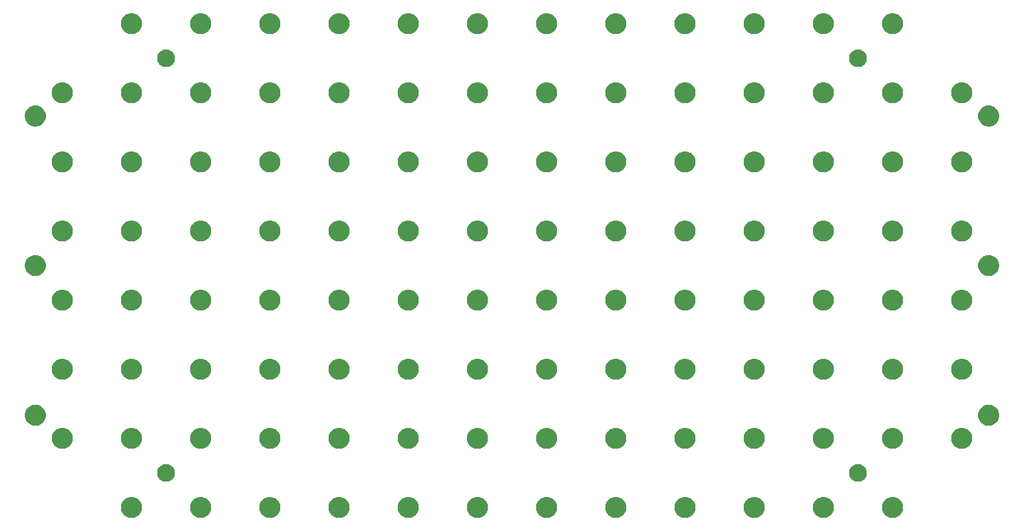
<source format=gbr>
G04 #@! TF.GenerationSoftware,KiCad,Pcbnew,5.1.5-52549c5~86~ubuntu18.04.1*
G04 #@! TF.CreationDate,2020-08-23T01:07:05-05:00*
G04 #@! TF.ProjectId,A01,4130312e-6b69-4636-9164-5f7063625858,rev?*
G04 #@! TF.SameCoordinates,Original*
G04 #@! TF.FileFunction,Soldermask,Top*
G04 #@! TF.FilePolarity,Negative*
%FSLAX46Y46*%
G04 Gerber Fmt 4.6, Leading zero omitted, Abs format (unit mm)*
G04 Created by KiCad (PCBNEW 5.1.5-52549c5~86~ubuntu18.04.1) date 2020-08-23 01:07:05*
%MOMM*%
%LPD*%
G04 APERTURE LIST*
%ADD10C,0.100000*%
G04 APERTURE END LIST*
D10*
G36*
X37922585Y-94538802D02*
G01*
X38072410Y-94568604D01*
X38354674Y-94685521D01*
X38608705Y-94855259D01*
X38824741Y-95071295D01*
X38994479Y-95325326D01*
X39111396Y-95607590D01*
X39171000Y-95907240D01*
X39171000Y-96212760D01*
X39111396Y-96512410D01*
X38994479Y-96794674D01*
X38824741Y-97048705D01*
X38608705Y-97264741D01*
X38354674Y-97434479D01*
X38072410Y-97551396D01*
X37922585Y-97581198D01*
X37772761Y-97611000D01*
X37467239Y-97611000D01*
X37317415Y-97581198D01*
X37167590Y-97551396D01*
X36885326Y-97434479D01*
X36631295Y-97264741D01*
X36415259Y-97048705D01*
X36245521Y-96794674D01*
X36128604Y-96512410D01*
X36069000Y-96212760D01*
X36069000Y-95907240D01*
X36128604Y-95607590D01*
X36245521Y-95325326D01*
X36415259Y-95071295D01*
X36631295Y-94855259D01*
X36885326Y-94685521D01*
X37167590Y-94568604D01*
X37317415Y-94538802D01*
X37467239Y-94509000D01*
X37772761Y-94509000D01*
X37922585Y-94538802D01*
G37*
G36*
X139522585Y-94538802D02*
G01*
X139672410Y-94568604D01*
X139954674Y-94685521D01*
X140208705Y-94855259D01*
X140424741Y-95071295D01*
X140594479Y-95325326D01*
X140711396Y-95607590D01*
X140771000Y-95907240D01*
X140771000Y-96212760D01*
X140711396Y-96512410D01*
X140594479Y-96794674D01*
X140424741Y-97048705D01*
X140208705Y-97264741D01*
X139954674Y-97434479D01*
X139672410Y-97551396D01*
X139522585Y-97581198D01*
X139372761Y-97611000D01*
X139067239Y-97611000D01*
X138917415Y-97581198D01*
X138767590Y-97551396D01*
X138485326Y-97434479D01*
X138231295Y-97264741D01*
X138015259Y-97048705D01*
X137845521Y-96794674D01*
X137728604Y-96512410D01*
X137669000Y-96212760D01*
X137669000Y-95907240D01*
X137728604Y-95607590D01*
X137845521Y-95325326D01*
X138015259Y-95071295D01*
X138231295Y-94855259D01*
X138485326Y-94685521D01*
X138767590Y-94568604D01*
X138917415Y-94538802D01*
X139067239Y-94509000D01*
X139372761Y-94509000D01*
X139522585Y-94538802D01*
G37*
G36*
X149682585Y-94538802D02*
G01*
X149832410Y-94568604D01*
X150114674Y-94685521D01*
X150368705Y-94855259D01*
X150584741Y-95071295D01*
X150754479Y-95325326D01*
X150871396Y-95607590D01*
X150931000Y-95907240D01*
X150931000Y-96212760D01*
X150871396Y-96512410D01*
X150754479Y-96794674D01*
X150584741Y-97048705D01*
X150368705Y-97264741D01*
X150114674Y-97434479D01*
X149832410Y-97551396D01*
X149682585Y-97581198D01*
X149532761Y-97611000D01*
X149227239Y-97611000D01*
X149077415Y-97581198D01*
X148927590Y-97551396D01*
X148645326Y-97434479D01*
X148391295Y-97264741D01*
X148175259Y-97048705D01*
X148005521Y-96794674D01*
X147888604Y-96512410D01*
X147829000Y-96212760D01*
X147829000Y-95907240D01*
X147888604Y-95607590D01*
X148005521Y-95325326D01*
X148175259Y-95071295D01*
X148391295Y-94855259D01*
X148645326Y-94685521D01*
X148927590Y-94568604D01*
X149077415Y-94538802D01*
X149227239Y-94509000D01*
X149532761Y-94509000D01*
X149682585Y-94538802D01*
G37*
G36*
X129362585Y-94538802D02*
G01*
X129512410Y-94568604D01*
X129794674Y-94685521D01*
X130048705Y-94855259D01*
X130264741Y-95071295D01*
X130434479Y-95325326D01*
X130551396Y-95607590D01*
X130611000Y-95907240D01*
X130611000Y-96212760D01*
X130551396Y-96512410D01*
X130434479Y-96794674D01*
X130264741Y-97048705D01*
X130048705Y-97264741D01*
X129794674Y-97434479D01*
X129512410Y-97551396D01*
X129362585Y-97581198D01*
X129212761Y-97611000D01*
X128907239Y-97611000D01*
X128757415Y-97581198D01*
X128607590Y-97551396D01*
X128325326Y-97434479D01*
X128071295Y-97264741D01*
X127855259Y-97048705D01*
X127685521Y-96794674D01*
X127568604Y-96512410D01*
X127509000Y-96212760D01*
X127509000Y-95907240D01*
X127568604Y-95607590D01*
X127685521Y-95325326D01*
X127855259Y-95071295D01*
X128071295Y-94855259D01*
X128325326Y-94685521D01*
X128607590Y-94568604D01*
X128757415Y-94538802D01*
X128907239Y-94509000D01*
X129212761Y-94509000D01*
X129362585Y-94538802D01*
G37*
G36*
X119202585Y-94538802D02*
G01*
X119352410Y-94568604D01*
X119634674Y-94685521D01*
X119888705Y-94855259D01*
X120104741Y-95071295D01*
X120274479Y-95325326D01*
X120391396Y-95607590D01*
X120451000Y-95907240D01*
X120451000Y-96212760D01*
X120391396Y-96512410D01*
X120274479Y-96794674D01*
X120104741Y-97048705D01*
X119888705Y-97264741D01*
X119634674Y-97434479D01*
X119352410Y-97551396D01*
X119202585Y-97581198D01*
X119052761Y-97611000D01*
X118747239Y-97611000D01*
X118597415Y-97581198D01*
X118447590Y-97551396D01*
X118165326Y-97434479D01*
X117911295Y-97264741D01*
X117695259Y-97048705D01*
X117525521Y-96794674D01*
X117408604Y-96512410D01*
X117349000Y-96212760D01*
X117349000Y-95907240D01*
X117408604Y-95607590D01*
X117525521Y-95325326D01*
X117695259Y-95071295D01*
X117911295Y-94855259D01*
X118165326Y-94685521D01*
X118447590Y-94568604D01*
X118597415Y-94538802D01*
X118747239Y-94509000D01*
X119052761Y-94509000D01*
X119202585Y-94538802D01*
G37*
G36*
X109042585Y-94538802D02*
G01*
X109192410Y-94568604D01*
X109474674Y-94685521D01*
X109728705Y-94855259D01*
X109944741Y-95071295D01*
X110114479Y-95325326D01*
X110231396Y-95607590D01*
X110291000Y-95907240D01*
X110291000Y-96212760D01*
X110231396Y-96512410D01*
X110114479Y-96794674D01*
X109944741Y-97048705D01*
X109728705Y-97264741D01*
X109474674Y-97434479D01*
X109192410Y-97551396D01*
X109042585Y-97581198D01*
X108892761Y-97611000D01*
X108587239Y-97611000D01*
X108437415Y-97581198D01*
X108287590Y-97551396D01*
X108005326Y-97434479D01*
X107751295Y-97264741D01*
X107535259Y-97048705D01*
X107365521Y-96794674D01*
X107248604Y-96512410D01*
X107189000Y-96212760D01*
X107189000Y-95907240D01*
X107248604Y-95607590D01*
X107365521Y-95325326D01*
X107535259Y-95071295D01*
X107751295Y-94855259D01*
X108005326Y-94685521D01*
X108287590Y-94568604D01*
X108437415Y-94538802D01*
X108587239Y-94509000D01*
X108892761Y-94509000D01*
X109042585Y-94538802D01*
G37*
G36*
X98882585Y-94538802D02*
G01*
X99032410Y-94568604D01*
X99314674Y-94685521D01*
X99568705Y-94855259D01*
X99784741Y-95071295D01*
X99954479Y-95325326D01*
X100071396Y-95607590D01*
X100131000Y-95907240D01*
X100131000Y-96212760D01*
X100071396Y-96512410D01*
X99954479Y-96794674D01*
X99784741Y-97048705D01*
X99568705Y-97264741D01*
X99314674Y-97434479D01*
X99032410Y-97551396D01*
X98882585Y-97581198D01*
X98732761Y-97611000D01*
X98427239Y-97611000D01*
X98277415Y-97581198D01*
X98127590Y-97551396D01*
X97845326Y-97434479D01*
X97591295Y-97264741D01*
X97375259Y-97048705D01*
X97205521Y-96794674D01*
X97088604Y-96512410D01*
X97029000Y-96212760D01*
X97029000Y-95907240D01*
X97088604Y-95607590D01*
X97205521Y-95325326D01*
X97375259Y-95071295D01*
X97591295Y-94855259D01*
X97845326Y-94685521D01*
X98127590Y-94568604D01*
X98277415Y-94538802D01*
X98427239Y-94509000D01*
X98732761Y-94509000D01*
X98882585Y-94538802D01*
G37*
G36*
X78562585Y-94538802D02*
G01*
X78712410Y-94568604D01*
X78994674Y-94685521D01*
X79248705Y-94855259D01*
X79464741Y-95071295D01*
X79634479Y-95325326D01*
X79751396Y-95607590D01*
X79811000Y-95907240D01*
X79811000Y-96212760D01*
X79751396Y-96512410D01*
X79634479Y-96794674D01*
X79464741Y-97048705D01*
X79248705Y-97264741D01*
X78994674Y-97434479D01*
X78712410Y-97551396D01*
X78562585Y-97581198D01*
X78412761Y-97611000D01*
X78107239Y-97611000D01*
X77957415Y-97581198D01*
X77807590Y-97551396D01*
X77525326Y-97434479D01*
X77271295Y-97264741D01*
X77055259Y-97048705D01*
X76885521Y-96794674D01*
X76768604Y-96512410D01*
X76709000Y-96212760D01*
X76709000Y-95907240D01*
X76768604Y-95607590D01*
X76885521Y-95325326D01*
X77055259Y-95071295D01*
X77271295Y-94855259D01*
X77525326Y-94685521D01*
X77807590Y-94568604D01*
X77957415Y-94538802D01*
X78107239Y-94509000D01*
X78412761Y-94509000D01*
X78562585Y-94538802D01*
G37*
G36*
X68402585Y-94538802D02*
G01*
X68552410Y-94568604D01*
X68834674Y-94685521D01*
X69088705Y-94855259D01*
X69304741Y-95071295D01*
X69474479Y-95325326D01*
X69591396Y-95607590D01*
X69651000Y-95907240D01*
X69651000Y-96212760D01*
X69591396Y-96512410D01*
X69474479Y-96794674D01*
X69304741Y-97048705D01*
X69088705Y-97264741D01*
X68834674Y-97434479D01*
X68552410Y-97551396D01*
X68402585Y-97581198D01*
X68252761Y-97611000D01*
X67947239Y-97611000D01*
X67797415Y-97581198D01*
X67647590Y-97551396D01*
X67365326Y-97434479D01*
X67111295Y-97264741D01*
X66895259Y-97048705D01*
X66725521Y-96794674D01*
X66608604Y-96512410D01*
X66549000Y-96212760D01*
X66549000Y-95907240D01*
X66608604Y-95607590D01*
X66725521Y-95325326D01*
X66895259Y-95071295D01*
X67111295Y-94855259D01*
X67365326Y-94685521D01*
X67647590Y-94568604D01*
X67797415Y-94538802D01*
X67947239Y-94509000D01*
X68252761Y-94509000D01*
X68402585Y-94538802D01*
G37*
G36*
X58242585Y-94538802D02*
G01*
X58392410Y-94568604D01*
X58674674Y-94685521D01*
X58928705Y-94855259D01*
X59144741Y-95071295D01*
X59314479Y-95325326D01*
X59431396Y-95607590D01*
X59491000Y-95907240D01*
X59491000Y-96212760D01*
X59431396Y-96512410D01*
X59314479Y-96794674D01*
X59144741Y-97048705D01*
X58928705Y-97264741D01*
X58674674Y-97434479D01*
X58392410Y-97551396D01*
X58242585Y-97581198D01*
X58092761Y-97611000D01*
X57787239Y-97611000D01*
X57637415Y-97581198D01*
X57487590Y-97551396D01*
X57205326Y-97434479D01*
X56951295Y-97264741D01*
X56735259Y-97048705D01*
X56565521Y-96794674D01*
X56448604Y-96512410D01*
X56389000Y-96212760D01*
X56389000Y-95907240D01*
X56448604Y-95607590D01*
X56565521Y-95325326D01*
X56735259Y-95071295D01*
X56951295Y-94855259D01*
X57205326Y-94685521D01*
X57487590Y-94568604D01*
X57637415Y-94538802D01*
X57787239Y-94509000D01*
X58092761Y-94509000D01*
X58242585Y-94538802D01*
G37*
G36*
X48082585Y-94538802D02*
G01*
X48232410Y-94568604D01*
X48514674Y-94685521D01*
X48768705Y-94855259D01*
X48984741Y-95071295D01*
X49154479Y-95325326D01*
X49271396Y-95607590D01*
X49331000Y-95907240D01*
X49331000Y-96212760D01*
X49271396Y-96512410D01*
X49154479Y-96794674D01*
X48984741Y-97048705D01*
X48768705Y-97264741D01*
X48514674Y-97434479D01*
X48232410Y-97551396D01*
X48082585Y-97581198D01*
X47932761Y-97611000D01*
X47627239Y-97611000D01*
X47477415Y-97581198D01*
X47327590Y-97551396D01*
X47045326Y-97434479D01*
X46791295Y-97264741D01*
X46575259Y-97048705D01*
X46405521Y-96794674D01*
X46288604Y-96512410D01*
X46229000Y-96212760D01*
X46229000Y-95907240D01*
X46288604Y-95607590D01*
X46405521Y-95325326D01*
X46575259Y-95071295D01*
X46791295Y-94855259D01*
X47045326Y-94685521D01*
X47327590Y-94568604D01*
X47477415Y-94538802D01*
X47627239Y-94509000D01*
X47932761Y-94509000D01*
X48082585Y-94538802D01*
G37*
G36*
X88722585Y-94538802D02*
G01*
X88872410Y-94568604D01*
X89154674Y-94685521D01*
X89408705Y-94855259D01*
X89624741Y-95071295D01*
X89794479Y-95325326D01*
X89911396Y-95607590D01*
X89971000Y-95907240D01*
X89971000Y-96212760D01*
X89911396Y-96512410D01*
X89794479Y-96794674D01*
X89624741Y-97048705D01*
X89408705Y-97264741D01*
X89154674Y-97434479D01*
X88872410Y-97551396D01*
X88722585Y-97581198D01*
X88572761Y-97611000D01*
X88267239Y-97611000D01*
X88117415Y-97581198D01*
X87967590Y-97551396D01*
X87685326Y-97434479D01*
X87431295Y-97264741D01*
X87215259Y-97048705D01*
X87045521Y-96794674D01*
X86928604Y-96512410D01*
X86869000Y-96212760D01*
X86869000Y-95907240D01*
X86928604Y-95607590D01*
X87045521Y-95325326D01*
X87215259Y-95071295D01*
X87431295Y-94855259D01*
X87685326Y-94685521D01*
X87967590Y-94568604D01*
X88117415Y-94538802D01*
X88267239Y-94509000D01*
X88572761Y-94509000D01*
X88722585Y-94538802D01*
G37*
G36*
X144679393Y-89729304D02*
G01*
X144916101Y-89827352D01*
X144916103Y-89827353D01*
X145129135Y-89969696D01*
X145310304Y-90150865D01*
X145452647Y-90363897D01*
X145452648Y-90363899D01*
X145550696Y-90600607D01*
X145600680Y-90851893D01*
X145600680Y-91108107D01*
X145550696Y-91359393D01*
X145452648Y-91596101D01*
X145452647Y-91596103D01*
X145310304Y-91809135D01*
X145129135Y-91990304D01*
X144916103Y-92132647D01*
X144916102Y-92132648D01*
X144916101Y-92132648D01*
X144679393Y-92230696D01*
X144428107Y-92280680D01*
X144171893Y-92280680D01*
X143920607Y-92230696D01*
X143683899Y-92132648D01*
X143683898Y-92132648D01*
X143683897Y-92132647D01*
X143470865Y-91990304D01*
X143289696Y-91809135D01*
X143147353Y-91596103D01*
X143147352Y-91596101D01*
X143049304Y-91359393D01*
X142999320Y-91108107D01*
X142999320Y-90851893D01*
X143049304Y-90600607D01*
X143147352Y-90363899D01*
X143147353Y-90363897D01*
X143289696Y-90150865D01*
X143470865Y-89969696D01*
X143683897Y-89827353D01*
X143683899Y-89827352D01*
X143920607Y-89729304D01*
X144171893Y-89679320D01*
X144428107Y-89679320D01*
X144679393Y-89729304D01*
G37*
G36*
X43079393Y-89729304D02*
G01*
X43316101Y-89827352D01*
X43316103Y-89827353D01*
X43529135Y-89969696D01*
X43710304Y-90150865D01*
X43852647Y-90363897D01*
X43852648Y-90363899D01*
X43950696Y-90600607D01*
X44000680Y-90851893D01*
X44000680Y-91108107D01*
X43950696Y-91359393D01*
X43852648Y-91596101D01*
X43852647Y-91596103D01*
X43710304Y-91809135D01*
X43529135Y-91990304D01*
X43316103Y-92132647D01*
X43316102Y-92132648D01*
X43316101Y-92132648D01*
X43079393Y-92230696D01*
X42828107Y-92280680D01*
X42571893Y-92280680D01*
X42320607Y-92230696D01*
X42083899Y-92132648D01*
X42083898Y-92132648D01*
X42083897Y-92132647D01*
X41870865Y-91990304D01*
X41689696Y-91809135D01*
X41547353Y-91596103D01*
X41547352Y-91596101D01*
X41449304Y-91359393D01*
X41399320Y-91108107D01*
X41399320Y-90851893D01*
X41449304Y-90600607D01*
X41547352Y-90363899D01*
X41547353Y-90363897D01*
X41689696Y-90150865D01*
X41870865Y-89969696D01*
X42083897Y-89827353D01*
X42083899Y-89827352D01*
X42320607Y-89729304D01*
X42571893Y-89679320D01*
X42828107Y-89679320D01*
X43079393Y-89729304D01*
G37*
G36*
X88722585Y-84378802D02*
G01*
X88872410Y-84408604D01*
X89154674Y-84525521D01*
X89408705Y-84695259D01*
X89624741Y-84911295D01*
X89794479Y-85165326D01*
X89911396Y-85447590D01*
X89971000Y-85747240D01*
X89971000Y-86052760D01*
X89911396Y-86352410D01*
X89794479Y-86634674D01*
X89624741Y-86888705D01*
X89408705Y-87104741D01*
X89154674Y-87274479D01*
X88872410Y-87391396D01*
X88722585Y-87421198D01*
X88572761Y-87451000D01*
X88267239Y-87451000D01*
X88117415Y-87421198D01*
X87967590Y-87391396D01*
X87685326Y-87274479D01*
X87431295Y-87104741D01*
X87215259Y-86888705D01*
X87045521Y-86634674D01*
X86928604Y-86352410D01*
X86869000Y-86052760D01*
X86869000Y-85747240D01*
X86928604Y-85447590D01*
X87045521Y-85165326D01*
X87215259Y-84911295D01*
X87431295Y-84695259D01*
X87685326Y-84525521D01*
X87967590Y-84408604D01*
X88117415Y-84378802D01*
X88267239Y-84349000D01*
X88572761Y-84349000D01*
X88722585Y-84378802D01*
G37*
G36*
X27762585Y-84378802D02*
G01*
X27912410Y-84408604D01*
X28194674Y-84525521D01*
X28448705Y-84695259D01*
X28664741Y-84911295D01*
X28834479Y-85165326D01*
X28951396Y-85447590D01*
X29011000Y-85747240D01*
X29011000Y-86052760D01*
X28951396Y-86352410D01*
X28834479Y-86634674D01*
X28664741Y-86888705D01*
X28448705Y-87104741D01*
X28194674Y-87274479D01*
X27912410Y-87391396D01*
X27762585Y-87421198D01*
X27612761Y-87451000D01*
X27307239Y-87451000D01*
X27157415Y-87421198D01*
X27007590Y-87391396D01*
X26725326Y-87274479D01*
X26471295Y-87104741D01*
X26255259Y-86888705D01*
X26085521Y-86634674D01*
X25968604Y-86352410D01*
X25909000Y-86052760D01*
X25909000Y-85747240D01*
X25968604Y-85447590D01*
X26085521Y-85165326D01*
X26255259Y-84911295D01*
X26471295Y-84695259D01*
X26725326Y-84525521D01*
X27007590Y-84408604D01*
X27157415Y-84378802D01*
X27307239Y-84349000D01*
X27612761Y-84349000D01*
X27762585Y-84378802D01*
G37*
G36*
X37922585Y-84378802D02*
G01*
X38072410Y-84408604D01*
X38354674Y-84525521D01*
X38608705Y-84695259D01*
X38824741Y-84911295D01*
X38994479Y-85165326D01*
X39111396Y-85447590D01*
X39171000Y-85747240D01*
X39171000Y-86052760D01*
X39111396Y-86352410D01*
X38994479Y-86634674D01*
X38824741Y-86888705D01*
X38608705Y-87104741D01*
X38354674Y-87274479D01*
X38072410Y-87391396D01*
X37922585Y-87421198D01*
X37772761Y-87451000D01*
X37467239Y-87451000D01*
X37317415Y-87421198D01*
X37167590Y-87391396D01*
X36885326Y-87274479D01*
X36631295Y-87104741D01*
X36415259Y-86888705D01*
X36245521Y-86634674D01*
X36128604Y-86352410D01*
X36069000Y-86052760D01*
X36069000Y-85747240D01*
X36128604Y-85447590D01*
X36245521Y-85165326D01*
X36415259Y-84911295D01*
X36631295Y-84695259D01*
X36885326Y-84525521D01*
X37167590Y-84408604D01*
X37317415Y-84378802D01*
X37467239Y-84349000D01*
X37772761Y-84349000D01*
X37922585Y-84378802D01*
G37*
G36*
X58242585Y-84378802D02*
G01*
X58392410Y-84408604D01*
X58674674Y-84525521D01*
X58928705Y-84695259D01*
X59144741Y-84911295D01*
X59314479Y-85165326D01*
X59431396Y-85447590D01*
X59491000Y-85747240D01*
X59491000Y-86052760D01*
X59431396Y-86352410D01*
X59314479Y-86634674D01*
X59144741Y-86888705D01*
X58928705Y-87104741D01*
X58674674Y-87274479D01*
X58392410Y-87391396D01*
X58242585Y-87421198D01*
X58092761Y-87451000D01*
X57787239Y-87451000D01*
X57637415Y-87421198D01*
X57487590Y-87391396D01*
X57205326Y-87274479D01*
X56951295Y-87104741D01*
X56735259Y-86888705D01*
X56565521Y-86634674D01*
X56448604Y-86352410D01*
X56389000Y-86052760D01*
X56389000Y-85747240D01*
X56448604Y-85447590D01*
X56565521Y-85165326D01*
X56735259Y-84911295D01*
X56951295Y-84695259D01*
X57205326Y-84525521D01*
X57487590Y-84408604D01*
X57637415Y-84378802D01*
X57787239Y-84349000D01*
X58092761Y-84349000D01*
X58242585Y-84378802D01*
G37*
G36*
X68402585Y-84378802D02*
G01*
X68552410Y-84408604D01*
X68834674Y-84525521D01*
X69088705Y-84695259D01*
X69304741Y-84911295D01*
X69474479Y-85165326D01*
X69591396Y-85447590D01*
X69651000Y-85747240D01*
X69651000Y-86052760D01*
X69591396Y-86352410D01*
X69474479Y-86634674D01*
X69304741Y-86888705D01*
X69088705Y-87104741D01*
X68834674Y-87274479D01*
X68552410Y-87391396D01*
X68402585Y-87421198D01*
X68252761Y-87451000D01*
X67947239Y-87451000D01*
X67797415Y-87421198D01*
X67647590Y-87391396D01*
X67365326Y-87274479D01*
X67111295Y-87104741D01*
X66895259Y-86888705D01*
X66725521Y-86634674D01*
X66608604Y-86352410D01*
X66549000Y-86052760D01*
X66549000Y-85747240D01*
X66608604Y-85447590D01*
X66725521Y-85165326D01*
X66895259Y-84911295D01*
X67111295Y-84695259D01*
X67365326Y-84525521D01*
X67647590Y-84408604D01*
X67797415Y-84378802D01*
X67947239Y-84349000D01*
X68252761Y-84349000D01*
X68402585Y-84378802D01*
G37*
G36*
X78562585Y-84378802D02*
G01*
X78712410Y-84408604D01*
X78994674Y-84525521D01*
X79248705Y-84695259D01*
X79464741Y-84911295D01*
X79634479Y-85165326D01*
X79751396Y-85447590D01*
X79811000Y-85747240D01*
X79811000Y-86052760D01*
X79751396Y-86352410D01*
X79634479Y-86634674D01*
X79464741Y-86888705D01*
X79248705Y-87104741D01*
X78994674Y-87274479D01*
X78712410Y-87391396D01*
X78562585Y-87421198D01*
X78412761Y-87451000D01*
X78107239Y-87451000D01*
X77957415Y-87421198D01*
X77807590Y-87391396D01*
X77525326Y-87274479D01*
X77271295Y-87104741D01*
X77055259Y-86888705D01*
X76885521Y-86634674D01*
X76768604Y-86352410D01*
X76709000Y-86052760D01*
X76709000Y-85747240D01*
X76768604Y-85447590D01*
X76885521Y-85165326D01*
X77055259Y-84911295D01*
X77271295Y-84695259D01*
X77525326Y-84525521D01*
X77807590Y-84408604D01*
X77957415Y-84378802D01*
X78107239Y-84349000D01*
X78412761Y-84349000D01*
X78562585Y-84378802D01*
G37*
G36*
X98882585Y-84378802D02*
G01*
X99032410Y-84408604D01*
X99314674Y-84525521D01*
X99568705Y-84695259D01*
X99784741Y-84911295D01*
X99954479Y-85165326D01*
X100071396Y-85447590D01*
X100131000Y-85747240D01*
X100131000Y-86052760D01*
X100071396Y-86352410D01*
X99954479Y-86634674D01*
X99784741Y-86888705D01*
X99568705Y-87104741D01*
X99314674Y-87274479D01*
X99032410Y-87391396D01*
X98882585Y-87421198D01*
X98732761Y-87451000D01*
X98427239Y-87451000D01*
X98277415Y-87421198D01*
X98127590Y-87391396D01*
X97845326Y-87274479D01*
X97591295Y-87104741D01*
X97375259Y-86888705D01*
X97205521Y-86634674D01*
X97088604Y-86352410D01*
X97029000Y-86052760D01*
X97029000Y-85747240D01*
X97088604Y-85447590D01*
X97205521Y-85165326D01*
X97375259Y-84911295D01*
X97591295Y-84695259D01*
X97845326Y-84525521D01*
X98127590Y-84408604D01*
X98277415Y-84378802D01*
X98427239Y-84349000D01*
X98732761Y-84349000D01*
X98882585Y-84378802D01*
G37*
G36*
X109042585Y-84378802D02*
G01*
X109192410Y-84408604D01*
X109474674Y-84525521D01*
X109728705Y-84695259D01*
X109944741Y-84911295D01*
X110114479Y-85165326D01*
X110231396Y-85447590D01*
X110291000Y-85747240D01*
X110291000Y-86052760D01*
X110231396Y-86352410D01*
X110114479Y-86634674D01*
X109944741Y-86888705D01*
X109728705Y-87104741D01*
X109474674Y-87274479D01*
X109192410Y-87391396D01*
X109042585Y-87421198D01*
X108892761Y-87451000D01*
X108587239Y-87451000D01*
X108437415Y-87421198D01*
X108287590Y-87391396D01*
X108005326Y-87274479D01*
X107751295Y-87104741D01*
X107535259Y-86888705D01*
X107365521Y-86634674D01*
X107248604Y-86352410D01*
X107189000Y-86052760D01*
X107189000Y-85747240D01*
X107248604Y-85447590D01*
X107365521Y-85165326D01*
X107535259Y-84911295D01*
X107751295Y-84695259D01*
X108005326Y-84525521D01*
X108287590Y-84408604D01*
X108437415Y-84378802D01*
X108587239Y-84349000D01*
X108892761Y-84349000D01*
X109042585Y-84378802D01*
G37*
G36*
X119202585Y-84378802D02*
G01*
X119352410Y-84408604D01*
X119634674Y-84525521D01*
X119888705Y-84695259D01*
X120104741Y-84911295D01*
X120274479Y-85165326D01*
X120391396Y-85447590D01*
X120451000Y-85747240D01*
X120451000Y-86052760D01*
X120391396Y-86352410D01*
X120274479Y-86634674D01*
X120104741Y-86888705D01*
X119888705Y-87104741D01*
X119634674Y-87274479D01*
X119352410Y-87391396D01*
X119202585Y-87421198D01*
X119052761Y-87451000D01*
X118747239Y-87451000D01*
X118597415Y-87421198D01*
X118447590Y-87391396D01*
X118165326Y-87274479D01*
X117911295Y-87104741D01*
X117695259Y-86888705D01*
X117525521Y-86634674D01*
X117408604Y-86352410D01*
X117349000Y-86052760D01*
X117349000Y-85747240D01*
X117408604Y-85447590D01*
X117525521Y-85165326D01*
X117695259Y-84911295D01*
X117911295Y-84695259D01*
X118165326Y-84525521D01*
X118447590Y-84408604D01*
X118597415Y-84378802D01*
X118747239Y-84349000D01*
X119052761Y-84349000D01*
X119202585Y-84378802D01*
G37*
G36*
X129362585Y-84378802D02*
G01*
X129512410Y-84408604D01*
X129794674Y-84525521D01*
X130048705Y-84695259D01*
X130264741Y-84911295D01*
X130434479Y-85165326D01*
X130551396Y-85447590D01*
X130611000Y-85747240D01*
X130611000Y-86052760D01*
X130551396Y-86352410D01*
X130434479Y-86634674D01*
X130264741Y-86888705D01*
X130048705Y-87104741D01*
X129794674Y-87274479D01*
X129512410Y-87391396D01*
X129362585Y-87421198D01*
X129212761Y-87451000D01*
X128907239Y-87451000D01*
X128757415Y-87421198D01*
X128607590Y-87391396D01*
X128325326Y-87274479D01*
X128071295Y-87104741D01*
X127855259Y-86888705D01*
X127685521Y-86634674D01*
X127568604Y-86352410D01*
X127509000Y-86052760D01*
X127509000Y-85747240D01*
X127568604Y-85447590D01*
X127685521Y-85165326D01*
X127855259Y-84911295D01*
X128071295Y-84695259D01*
X128325326Y-84525521D01*
X128607590Y-84408604D01*
X128757415Y-84378802D01*
X128907239Y-84349000D01*
X129212761Y-84349000D01*
X129362585Y-84378802D01*
G37*
G36*
X139522585Y-84378802D02*
G01*
X139672410Y-84408604D01*
X139954674Y-84525521D01*
X140208705Y-84695259D01*
X140424741Y-84911295D01*
X140594479Y-85165326D01*
X140711396Y-85447590D01*
X140771000Y-85747240D01*
X140771000Y-86052760D01*
X140711396Y-86352410D01*
X140594479Y-86634674D01*
X140424741Y-86888705D01*
X140208705Y-87104741D01*
X139954674Y-87274479D01*
X139672410Y-87391396D01*
X139522585Y-87421198D01*
X139372761Y-87451000D01*
X139067239Y-87451000D01*
X138917415Y-87421198D01*
X138767590Y-87391396D01*
X138485326Y-87274479D01*
X138231295Y-87104741D01*
X138015259Y-86888705D01*
X137845521Y-86634674D01*
X137728604Y-86352410D01*
X137669000Y-86052760D01*
X137669000Y-85747240D01*
X137728604Y-85447590D01*
X137845521Y-85165326D01*
X138015259Y-84911295D01*
X138231295Y-84695259D01*
X138485326Y-84525521D01*
X138767590Y-84408604D01*
X138917415Y-84378802D01*
X139067239Y-84349000D01*
X139372761Y-84349000D01*
X139522585Y-84378802D01*
G37*
G36*
X149682585Y-84378802D02*
G01*
X149832410Y-84408604D01*
X150114674Y-84525521D01*
X150368705Y-84695259D01*
X150584741Y-84911295D01*
X150754479Y-85165326D01*
X150871396Y-85447590D01*
X150931000Y-85747240D01*
X150931000Y-86052760D01*
X150871396Y-86352410D01*
X150754479Y-86634674D01*
X150584741Y-86888705D01*
X150368705Y-87104741D01*
X150114674Y-87274479D01*
X149832410Y-87391396D01*
X149682585Y-87421198D01*
X149532761Y-87451000D01*
X149227239Y-87451000D01*
X149077415Y-87421198D01*
X148927590Y-87391396D01*
X148645326Y-87274479D01*
X148391295Y-87104741D01*
X148175259Y-86888705D01*
X148005521Y-86634674D01*
X147888604Y-86352410D01*
X147829000Y-86052760D01*
X147829000Y-85747240D01*
X147888604Y-85447590D01*
X148005521Y-85165326D01*
X148175259Y-84911295D01*
X148391295Y-84695259D01*
X148645326Y-84525521D01*
X148927590Y-84408604D01*
X149077415Y-84378802D01*
X149227239Y-84349000D01*
X149532761Y-84349000D01*
X149682585Y-84378802D01*
G37*
G36*
X159842585Y-84378802D02*
G01*
X159992410Y-84408604D01*
X160274674Y-84525521D01*
X160528705Y-84695259D01*
X160744741Y-84911295D01*
X160914479Y-85165326D01*
X161031396Y-85447590D01*
X161091000Y-85747240D01*
X161091000Y-86052760D01*
X161031396Y-86352410D01*
X160914479Y-86634674D01*
X160744741Y-86888705D01*
X160528705Y-87104741D01*
X160274674Y-87274479D01*
X159992410Y-87391396D01*
X159842585Y-87421198D01*
X159692761Y-87451000D01*
X159387239Y-87451000D01*
X159237415Y-87421198D01*
X159087590Y-87391396D01*
X158805326Y-87274479D01*
X158551295Y-87104741D01*
X158335259Y-86888705D01*
X158165521Y-86634674D01*
X158048604Y-86352410D01*
X157989000Y-86052760D01*
X157989000Y-85747240D01*
X158048604Y-85447590D01*
X158165521Y-85165326D01*
X158335259Y-84911295D01*
X158551295Y-84695259D01*
X158805326Y-84525521D01*
X159087590Y-84408604D01*
X159237415Y-84378802D01*
X159387239Y-84349000D01*
X159692761Y-84349000D01*
X159842585Y-84378802D01*
G37*
G36*
X48082585Y-84378802D02*
G01*
X48232410Y-84408604D01*
X48514674Y-84525521D01*
X48768705Y-84695259D01*
X48984741Y-84911295D01*
X49154479Y-85165326D01*
X49271396Y-85447590D01*
X49331000Y-85747240D01*
X49331000Y-86052760D01*
X49271396Y-86352410D01*
X49154479Y-86634674D01*
X48984741Y-86888705D01*
X48768705Y-87104741D01*
X48514674Y-87274479D01*
X48232410Y-87391396D01*
X48082585Y-87421198D01*
X47932761Y-87451000D01*
X47627239Y-87451000D01*
X47477415Y-87421198D01*
X47327590Y-87391396D01*
X47045326Y-87274479D01*
X46791295Y-87104741D01*
X46575259Y-86888705D01*
X46405521Y-86634674D01*
X46288604Y-86352410D01*
X46229000Y-86052760D01*
X46229000Y-85747240D01*
X46288604Y-85447590D01*
X46405521Y-85165326D01*
X46575259Y-84911295D01*
X46791295Y-84695259D01*
X47045326Y-84525521D01*
X47327590Y-84408604D01*
X47477415Y-84378802D01*
X47627239Y-84349000D01*
X47932761Y-84349000D01*
X48082585Y-84378802D01*
G37*
G36*
X163802585Y-80978802D02*
G01*
X163952410Y-81008604D01*
X164234674Y-81125521D01*
X164488705Y-81295259D01*
X164704741Y-81511295D01*
X164874479Y-81765326D01*
X164991396Y-82047590D01*
X165051000Y-82347240D01*
X165051000Y-82652760D01*
X164991396Y-82952410D01*
X164874479Y-83234674D01*
X164704741Y-83488705D01*
X164488705Y-83704741D01*
X164234674Y-83874479D01*
X163952410Y-83991396D01*
X163802585Y-84021198D01*
X163652761Y-84051000D01*
X163347239Y-84051000D01*
X163197415Y-84021198D01*
X163047590Y-83991396D01*
X162765326Y-83874479D01*
X162511295Y-83704741D01*
X162295259Y-83488705D01*
X162125521Y-83234674D01*
X162008604Y-82952410D01*
X161949000Y-82652760D01*
X161949000Y-82347240D01*
X162008604Y-82047590D01*
X162125521Y-81765326D01*
X162295259Y-81511295D01*
X162511295Y-81295259D01*
X162765326Y-81125521D01*
X163047590Y-81008604D01*
X163197415Y-80978802D01*
X163347239Y-80949000D01*
X163652761Y-80949000D01*
X163802585Y-80978802D01*
G37*
G36*
X23802585Y-80978802D02*
G01*
X23952410Y-81008604D01*
X24234674Y-81125521D01*
X24488705Y-81295259D01*
X24704741Y-81511295D01*
X24874479Y-81765326D01*
X24991396Y-82047590D01*
X25051000Y-82347240D01*
X25051000Y-82652760D01*
X24991396Y-82952410D01*
X24874479Y-83234674D01*
X24704741Y-83488705D01*
X24488705Y-83704741D01*
X24234674Y-83874479D01*
X23952410Y-83991396D01*
X23802585Y-84021198D01*
X23652761Y-84051000D01*
X23347239Y-84051000D01*
X23197415Y-84021198D01*
X23047590Y-83991396D01*
X22765326Y-83874479D01*
X22511295Y-83704741D01*
X22295259Y-83488705D01*
X22125521Y-83234674D01*
X22008604Y-82952410D01*
X21949000Y-82652760D01*
X21949000Y-82347240D01*
X22008604Y-82047590D01*
X22125521Y-81765326D01*
X22295259Y-81511295D01*
X22511295Y-81295259D01*
X22765326Y-81125521D01*
X23047590Y-81008604D01*
X23197415Y-80978802D01*
X23347239Y-80949000D01*
X23652761Y-80949000D01*
X23802585Y-80978802D01*
G37*
G36*
X27762585Y-74218802D02*
G01*
X27912410Y-74248604D01*
X28194674Y-74365521D01*
X28448705Y-74535259D01*
X28664741Y-74751295D01*
X28834479Y-75005326D01*
X28951396Y-75287590D01*
X29011000Y-75587240D01*
X29011000Y-75892760D01*
X28951396Y-76192410D01*
X28834479Y-76474674D01*
X28664741Y-76728705D01*
X28448705Y-76944741D01*
X28194674Y-77114479D01*
X27912410Y-77231396D01*
X27762585Y-77261198D01*
X27612761Y-77291000D01*
X27307239Y-77291000D01*
X27157415Y-77261198D01*
X27007590Y-77231396D01*
X26725326Y-77114479D01*
X26471295Y-76944741D01*
X26255259Y-76728705D01*
X26085521Y-76474674D01*
X25968604Y-76192410D01*
X25909000Y-75892760D01*
X25909000Y-75587240D01*
X25968604Y-75287590D01*
X26085521Y-75005326D01*
X26255259Y-74751295D01*
X26471295Y-74535259D01*
X26725326Y-74365521D01*
X27007590Y-74248604D01*
X27157415Y-74218802D01*
X27307239Y-74189000D01*
X27612761Y-74189000D01*
X27762585Y-74218802D01*
G37*
G36*
X109042585Y-74218802D02*
G01*
X109192410Y-74248604D01*
X109474674Y-74365521D01*
X109728705Y-74535259D01*
X109944741Y-74751295D01*
X110114479Y-75005326D01*
X110231396Y-75287590D01*
X110291000Y-75587240D01*
X110291000Y-75892760D01*
X110231396Y-76192410D01*
X110114479Y-76474674D01*
X109944741Y-76728705D01*
X109728705Y-76944741D01*
X109474674Y-77114479D01*
X109192410Y-77231396D01*
X109042585Y-77261198D01*
X108892761Y-77291000D01*
X108587239Y-77291000D01*
X108437415Y-77261198D01*
X108287590Y-77231396D01*
X108005326Y-77114479D01*
X107751295Y-76944741D01*
X107535259Y-76728705D01*
X107365521Y-76474674D01*
X107248604Y-76192410D01*
X107189000Y-75892760D01*
X107189000Y-75587240D01*
X107248604Y-75287590D01*
X107365521Y-75005326D01*
X107535259Y-74751295D01*
X107751295Y-74535259D01*
X108005326Y-74365521D01*
X108287590Y-74248604D01*
X108437415Y-74218802D01*
X108587239Y-74189000D01*
X108892761Y-74189000D01*
X109042585Y-74218802D01*
G37*
G36*
X159842585Y-74218802D02*
G01*
X159992410Y-74248604D01*
X160274674Y-74365521D01*
X160528705Y-74535259D01*
X160744741Y-74751295D01*
X160914479Y-75005326D01*
X161031396Y-75287590D01*
X161091000Y-75587240D01*
X161091000Y-75892760D01*
X161031396Y-76192410D01*
X160914479Y-76474674D01*
X160744741Y-76728705D01*
X160528705Y-76944741D01*
X160274674Y-77114479D01*
X159992410Y-77231396D01*
X159842585Y-77261198D01*
X159692761Y-77291000D01*
X159387239Y-77291000D01*
X159237415Y-77261198D01*
X159087590Y-77231396D01*
X158805326Y-77114479D01*
X158551295Y-76944741D01*
X158335259Y-76728705D01*
X158165521Y-76474674D01*
X158048604Y-76192410D01*
X157989000Y-75892760D01*
X157989000Y-75587240D01*
X158048604Y-75287590D01*
X158165521Y-75005326D01*
X158335259Y-74751295D01*
X158551295Y-74535259D01*
X158805326Y-74365521D01*
X159087590Y-74248604D01*
X159237415Y-74218802D01*
X159387239Y-74189000D01*
X159692761Y-74189000D01*
X159842585Y-74218802D01*
G37*
G36*
X149682585Y-74218802D02*
G01*
X149832410Y-74248604D01*
X150114674Y-74365521D01*
X150368705Y-74535259D01*
X150584741Y-74751295D01*
X150754479Y-75005326D01*
X150871396Y-75287590D01*
X150931000Y-75587240D01*
X150931000Y-75892760D01*
X150871396Y-76192410D01*
X150754479Y-76474674D01*
X150584741Y-76728705D01*
X150368705Y-76944741D01*
X150114674Y-77114479D01*
X149832410Y-77231396D01*
X149682585Y-77261198D01*
X149532761Y-77291000D01*
X149227239Y-77291000D01*
X149077415Y-77261198D01*
X148927590Y-77231396D01*
X148645326Y-77114479D01*
X148391295Y-76944741D01*
X148175259Y-76728705D01*
X148005521Y-76474674D01*
X147888604Y-76192410D01*
X147829000Y-75892760D01*
X147829000Y-75587240D01*
X147888604Y-75287590D01*
X148005521Y-75005326D01*
X148175259Y-74751295D01*
X148391295Y-74535259D01*
X148645326Y-74365521D01*
X148927590Y-74248604D01*
X149077415Y-74218802D01*
X149227239Y-74189000D01*
X149532761Y-74189000D01*
X149682585Y-74218802D01*
G37*
G36*
X139522585Y-74218802D02*
G01*
X139672410Y-74248604D01*
X139954674Y-74365521D01*
X140208705Y-74535259D01*
X140424741Y-74751295D01*
X140594479Y-75005326D01*
X140711396Y-75287590D01*
X140771000Y-75587240D01*
X140771000Y-75892760D01*
X140711396Y-76192410D01*
X140594479Y-76474674D01*
X140424741Y-76728705D01*
X140208705Y-76944741D01*
X139954674Y-77114479D01*
X139672410Y-77231396D01*
X139522585Y-77261198D01*
X139372761Y-77291000D01*
X139067239Y-77291000D01*
X138917415Y-77261198D01*
X138767590Y-77231396D01*
X138485326Y-77114479D01*
X138231295Y-76944741D01*
X138015259Y-76728705D01*
X137845521Y-76474674D01*
X137728604Y-76192410D01*
X137669000Y-75892760D01*
X137669000Y-75587240D01*
X137728604Y-75287590D01*
X137845521Y-75005326D01*
X138015259Y-74751295D01*
X138231295Y-74535259D01*
X138485326Y-74365521D01*
X138767590Y-74248604D01*
X138917415Y-74218802D01*
X139067239Y-74189000D01*
X139372761Y-74189000D01*
X139522585Y-74218802D01*
G37*
G36*
X129362585Y-74218802D02*
G01*
X129512410Y-74248604D01*
X129794674Y-74365521D01*
X130048705Y-74535259D01*
X130264741Y-74751295D01*
X130434479Y-75005326D01*
X130551396Y-75287590D01*
X130611000Y-75587240D01*
X130611000Y-75892760D01*
X130551396Y-76192410D01*
X130434479Y-76474674D01*
X130264741Y-76728705D01*
X130048705Y-76944741D01*
X129794674Y-77114479D01*
X129512410Y-77231396D01*
X129362585Y-77261198D01*
X129212761Y-77291000D01*
X128907239Y-77291000D01*
X128757415Y-77261198D01*
X128607590Y-77231396D01*
X128325326Y-77114479D01*
X128071295Y-76944741D01*
X127855259Y-76728705D01*
X127685521Y-76474674D01*
X127568604Y-76192410D01*
X127509000Y-75892760D01*
X127509000Y-75587240D01*
X127568604Y-75287590D01*
X127685521Y-75005326D01*
X127855259Y-74751295D01*
X128071295Y-74535259D01*
X128325326Y-74365521D01*
X128607590Y-74248604D01*
X128757415Y-74218802D01*
X128907239Y-74189000D01*
X129212761Y-74189000D01*
X129362585Y-74218802D01*
G37*
G36*
X119202585Y-74218802D02*
G01*
X119352410Y-74248604D01*
X119634674Y-74365521D01*
X119888705Y-74535259D01*
X120104741Y-74751295D01*
X120274479Y-75005326D01*
X120391396Y-75287590D01*
X120451000Y-75587240D01*
X120451000Y-75892760D01*
X120391396Y-76192410D01*
X120274479Y-76474674D01*
X120104741Y-76728705D01*
X119888705Y-76944741D01*
X119634674Y-77114479D01*
X119352410Y-77231396D01*
X119202585Y-77261198D01*
X119052761Y-77291000D01*
X118747239Y-77291000D01*
X118597415Y-77261198D01*
X118447590Y-77231396D01*
X118165326Y-77114479D01*
X117911295Y-76944741D01*
X117695259Y-76728705D01*
X117525521Y-76474674D01*
X117408604Y-76192410D01*
X117349000Y-75892760D01*
X117349000Y-75587240D01*
X117408604Y-75287590D01*
X117525521Y-75005326D01*
X117695259Y-74751295D01*
X117911295Y-74535259D01*
X118165326Y-74365521D01*
X118447590Y-74248604D01*
X118597415Y-74218802D01*
X118747239Y-74189000D01*
X119052761Y-74189000D01*
X119202585Y-74218802D01*
G37*
G36*
X88722585Y-74218802D02*
G01*
X88872410Y-74248604D01*
X89154674Y-74365521D01*
X89408705Y-74535259D01*
X89624741Y-74751295D01*
X89794479Y-75005326D01*
X89911396Y-75287590D01*
X89971000Y-75587240D01*
X89971000Y-75892760D01*
X89911396Y-76192410D01*
X89794479Y-76474674D01*
X89624741Y-76728705D01*
X89408705Y-76944741D01*
X89154674Y-77114479D01*
X88872410Y-77231396D01*
X88722585Y-77261198D01*
X88572761Y-77291000D01*
X88267239Y-77291000D01*
X88117415Y-77261198D01*
X87967590Y-77231396D01*
X87685326Y-77114479D01*
X87431295Y-76944741D01*
X87215259Y-76728705D01*
X87045521Y-76474674D01*
X86928604Y-76192410D01*
X86869000Y-75892760D01*
X86869000Y-75587240D01*
X86928604Y-75287590D01*
X87045521Y-75005326D01*
X87215259Y-74751295D01*
X87431295Y-74535259D01*
X87685326Y-74365521D01*
X87967590Y-74248604D01*
X88117415Y-74218802D01*
X88267239Y-74189000D01*
X88572761Y-74189000D01*
X88722585Y-74218802D01*
G37*
G36*
X78562585Y-74218802D02*
G01*
X78712410Y-74248604D01*
X78994674Y-74365521D01*
X79248705Y-74535259D01*
X79464741Y-74751295D01*
X79634479Y-75005326D01*
X79751396Y-75287590D01*
X79811000Y-75587240D01*
X79811000Y-75892760D01*
X79751396Y-76192410D01*
X79634479Y-76474674D01*
X79464741Y-76728705D01*
X79248705Y-76944741D01*
X78994674Y-77114479D01*
X78712410Y-77231396D01*
X78562585Y-77261198D01*
X78412761Y-77291000D01*
X78107239Y-77291000D01*
X77957415Y-77261198D01*
X77807590Y-77231396D01*
X77525326Y-77114479D01*
X77271295Y-76944741D01*
X77055259Y-76728705D01*
X76885521Y-76474674D01*
X76768604Y-76192410D01*
X76709000Y-75892760D01*
X76709000Y-75587240D01*
X76768604Y-75287590D01*
X76885521Y-75005326D01*
X77055259Y-74751295D01*
X77271295Y-74535259D01*
X77525326Y-74365521D01*
X77807590Y-74248604D01*
X77957415Y-74218802D01*
X78107239Y-74189000D01*
X78412761Y-74189000D01*
X78562585Y-74218802D01*
G37*
G36*
X68402585Y-74218802D02*
G01*
X68552410Y-74248604D01*
X68834674Y-74365521D01*
X69088705Y-74535259D01*
X69304741Y-74751295D01*
X69474479Y-75005326D01*
X69591396Y-75287590D01*
X69651000Y-75587240D01*
X69651000Y-75892760D01*
X69591396Y-76192410D01*
X69474479Y-76474674D01*
X69304741Y-76728705D01*
X69088705Y-76944741D01*
X68834674Y-77114479D01*
X68552410Y-77231396D01*
X68402585Y-77261198D01*
X68252761Y-77291000D01*
X67947239Y-77291000D01*
X67797415Y-77261198D01*
X67647590Y-77231396D01*
X67365326Y-77114479D01*
X67111295Y-76944741D01*
X66895259Y-76728705D01*
X66725521Y-76474674D01*
X66608604Y-76192410D01*
X66549000Y-75892760D01*
X66549000Y-75587240D01*
X66608604Y-75287590D01*
X66725521Y-75005326D01*
X66895259Y-74751295D01*
X67111295Y-74535259D01*
X67365326Y-74365521D01*
X67647590Y-74248604D01*
X67797415Y-74218802D01*
X67947239Y-74189000D01*
X68252761Y-74189000D01*
X68402585Y-74218802D01*
G37*
G36*
X37922585Y-74218802D02*
G01*
X38072410Y-74248604D01*
X38354674Y-74365521D01*
X38608705Y-74535259D01*
X38824741Y-74751295D01*
X38994479Y-75005326D01*
X39111396Y-75287590D01*
X39171000Y-75587240D01*
X39171000Y-75892760D01*
X39111396Y-76192410D01*
X38994479Y-76474674D01*
X38824741Y-76728705D01*
X38608705Y-76944741D01*
X38354674Y-77114479D01*
X38072410Y-77231396D01*
X37922585Y-77261198D01*
X37772761Y-77291000D01*
X37467239Y-77291000D01*
X37317415Y-77261198D01*
X37167590Y-77231396D01*
X36885326Y-77114479D01*
X36631295Y-76944741D01*
X36415259Y-76728705D01*
X36245521Y-76474674D01*
X36128604Y-76192410D01*
X36069000Y-75892760D01*
X36069000Y-75587240D01*
X36128604Y-75287590D01*
X36245521Y-75005326D01*
X36415259Y-74751295D01*
X36631295Y-74535259D01*
X36885326Y-74365521D01*
X37167590Y-74248604D01*
X37317415Y-74218802D01*
X37467239Y-74189000D01*
X37772761Y-74189000D01*
X37922585Y-74218802D01*
G37*
G36*
X48082585Y-74218802D02*
G01*
X48232410Y-74248604D01*
X48514674Y-74365521D01*
X48768705Y-74535259D01*
X48984741Y-74751295D01*
X49154479Y-75005326D01*
X49271396Y-75287590D01*
X49331000Y-75587240D01*
X49331000Y-75892760D01*
X49271396Y-76192410D01*
X49154479Y-76474674D01*
X48984741Y-76728705D01*
X48768705Y-76944741D01*
X48514674Y-77114479D01*
X48232410Y-77231396D01*
X48082585Y-77261198D01*
X47932761Y-77291000D01*
X47627239Y-77291000D01*
X47477415Y-77261198D01*
X47327590Y-77231396D01*
X47045326Y-77114479D01*
X46791295Y-76944741D01*
X46575259Y-76728705D01*
X46405521Y-76474674D01*
X46288604Y-76192410D01*
X46229000Y-75892760D01*
X46229000Y-75587240D01*
X46288604Y-75287590D01*
X46405521Y-75005326D01*
X46575259Y-74751295D01*
X46791295Y-74535259D01*
X47045326Y-74365521D01*
X47327590Y-74248604D01*
X47477415Y-74218802D01*
X47627239Y-74189000D01*
X47932761Y-74189000D01*
X48082585Y-74218802D01*
G37*
G36*
X58242585Y-74218802D02*
G01*
X58392410Y-74248604D01*
X58674674Y-74365521D01*
X58928705Y-74535259D01*
X59144741Y-74751295D01*
X59314479Y-75005326D01*
X59431396Y-75287590D01*
X59491000Y-75587240D01*
X59491000Y-75892760D01*
X59431396Y-76192410D01*
X59314479Y-76474674D01*
X59144741Y-76728705D01*
X58928705Y-76944741D01*
X58674674Y-77114479D01*
X58392410Y-77231396D01*
X58242585Y-77261198D01*
X58092761Y-77291000D01*
X57787239Y-77291000D01*
X57637415Y-77261198D01*
X57487590Y-77231396D01*
X57205326Y-77114479D01*
X56951295Y-76944741D01*
X56735259Y-76728705D01*
X56565521Y-76474674D01*
X56448604Y-76192410D01*
X56389000Y-75892760D01*
X56389000Y-75587240D01*
X56448604Y-75287590D01*
X56565521Y-75005326D01*
X56735259Y-74751295D01*
X56951295Y-74535259D01*
X57205326Y-74365521D01*
X57487590Y-74248604D01*
X57637415Y-74218802D01*
X57787239Y-74189000D01*
X58092761Y-74189000D01*
X58242585Y-74218802D01*
G37*
G36*
X98882585Y-74218802D02*
G01*
X99032410Y-74248604D01*
X99314674Y-74365521D01*
X99568705Y-74535259D01*
X99784741Y-74751295D01*
X99954479Y-75005326D01*
X100071396Y-75287590D01*
X100131000Y-75587240D01*
X100131000Y-75892760D01*
X100071396Y-76192410D01*
X99954479Y-76474674D01*
X99784741Y-76728705D01*
X99568705Y-76944741D01*
X99314674Y-77114479D01*
X99032410Y-77231396D01*
X98882585Y-77261198D01*
X98732761Y-77291000D01*
X98427239Y-77291000D01*
X98277415Y-77261198D01*
X98127590Y-77231396D01*
X97845326Y-77114479D01*
X97591295Y-76944741D01*
X97375259Y-76728705D01*
X97205521Y-76474674D01*
X97088604Y-76192410D01*
X97029000Y-75892760D01*
X97029000Y-75587240D01*
X97088604Y-75287590D01*
X97205521Y-75005326D01*
X97375259Y-74751295D01*
X97591295Y-74535259D01*
X97845326Y-74365521D01*
X98127590Y-74248604D01*
X98277415Y-74218802D01*
X98427239Y-74189000D01*
X98732761Y-74189000D01*
X98882585Y-74218802D01*
G37*
G36*
X149682585Y-64058802D02*
G01*
X149832410Y-64088604D01*
X150114674Y-64205521D01*
X150368705Y-64375259D01*
X150584741Y-64591295D01*
X150754479Y-64845326D01*
X150871396Y-65127590D01*
X150931000Y-65427240D01*
X150931000Y-65732760D01*
X150871396Y-66032410D01*
X150754479Y-66314674D01*
X150584741Y-66568705D01*
X150368705Y-66784741D01*
X150114674Y-66954479D01*
X149832410Y-67071396D01*
X149682585Y-67101198D01*
X149532761Y-67131000D01*
X149227239Y-67131000D01*
X149077415Y-67101198D01*
X148927590Y-67071396D01*
X148645326Y-66954479D01*
X148391295Y-66784741D01*
X148175259Y-66568705D01*
X148005521Y-66314674D01*
X147888604Y-66032410D01*
X147829000Y-65732760D01*
X147829000Y-65427240D01*
X147888604Y-65127590D01*
X148005521Y-64845326D01*
X148175259Y-64591295D01*
X148391295Y-64375259D01*
X148645326Y-64205521D01*
X148927590Y-64088604D01*
X149077415Y-64058802D01*
X149227239Y-64029000D01*
X149532761Y-64029000D01*
X149682585Y-64058802D01*
G37*
G36*
X98882585Y-64058802D02*
G01*
X99032410Y-64088604D01*
X99314674Y-64205521D01*
X99568705Y-64375259D01*
X99784741Y-64591295D01*
X99954479Y-64845326D01*
X100071396Y-65127590D01*
X100131000Y-65427240D01*
X100131000Y-65732760D01*
X100071396Y-66032410D01*
X99954479Y-66314674D01*
X99784741Y-66568705D01*
X99568705Y-66784741D01*
X99314674Y-66954479D01*
X99032410Y-67071396D01*
X98882585Y-67101198D01*
X98732761Y-67131000D01*
X98427239Y-67131000D01*
X98277415Y-67101198D01*
X98127590Y-67071396D01*
X97845326Y-66954479D01*
X97591295Y-66784741D01*
X97375259Y-66568705D01*
X97205521Y-66314674D01*
X97088604Y-66032410D01*
X97029000Y-65732760D01*
X97029000Y-65427240D01*
X97088604Y-65127590D01*
X97205521Y-64845326D01*
X97375259Y-64591295D01*
X97591295Y-64375259D01*
X97845326Y-64205521D01*
X98127590Y-64088604D01*
X98277415Y-64058802D01*
X98427239Y-64029000D01*
X98732761Y-64029000D01*
X98882585Y-64058802D01*
G37*
G36*
X88722585Y-64058802D02*
G01*
X88872410Y-64088604D01*
X89154674Y-64205521D01*
X89408705Y-64375259D01*
X89624741Y-64591295D01*
X89794479Y-64845326D01*
X89911396Y-65127590D01*
X89971000Y-65427240D01*
X89971000Y-65732760D01*
X89911396Y-66032410D01*
X89794479Y-66314674D01*
X89624741Y-66568705D01*
X89408705Y-66784741D01*
X89154674Y-66954479D01*
X88872410Y-67071396D01*
X88722585Y-67101198D01*
X88572761Y-67131000D01*
X88267239Y-67131000D01*
X88117415Y-67101198D01*
X87967590Y-67071396D01*
X87685326Y-66954479D01*
X87431295Y-66784741D01*
X87215259Y-66568705D01*
X87045521Y-66314674D01*
X86928604Y-66032410D01*
X86869000Y-65732760D01*
X86869000Y-65427240D01*
X86928604Y-65127590D01*
X87045521Y-64845326D01*
X87215259Y-64591295D01*
X87431295Y-64375259D01*
X87685326Y-64205521D01*
X87967590Y-64088604D01*
X88117415Y-64058802D01*
X88267239Y-64029000D01*
X88572761Y-64029000D01*
X88722585Y-64058802D01*
G37*
G36*
X78562585Y-64058802D02*
G01*
X78712410Y-64088604D01*
X78994674Y-64205521D01*
X79248705Y-64375259D01*
X79464741Y-64591295D01*
X79634479Y-64845326D01*
X79751396Y-65127590D01*
X79811000Y-65427240D01*
X79811000Y-65732760D01*
X79751396Y-66032410D01*
X79634479Y-66314674D01*
X79464741Y-66568705D01*
X79248705Y-66784741D01*
X78994674Y-66954479D01*
X78712410Y-67071396D01*
X78562585Y-67101198D01*
X78412761Y-67131000D01*
X78107239Y-67131000D01*
X77957415Y-67101198D01*
X77807590Y-67071396D01*
X77525326Y-66954479D01*
X77271295Y-66784741D01*
X77055259Y-66568705D01*
X76885521Y-66314674D01*
X76768604Y-66032410D01*
X76709000Y-65732760D01*
X76709000Y-65427240D01*
X76768604Y-65127590D01*
X76885521Y-64845326D01*
X77055259Y-64591295D01*
X77271295Y-64375259D01*
X77525326Y-64205521D01*
X77807590Y-64088604D01*
X77957415Y-64058802D01*
X78107239Y-64029000D01*
X78412761Y-64029000D01*
X78562585Y-64058802D01*
G37*
G36*
X68402585Y-64058802D02*
G01*
X68552410Y-64088604D01*
X68834674Y-64205521D01*
X69088705Y-64375259D01*
X69304741Y-64591295D01*
X69474479Y-64845326D01*
X69591396Y-65127590D01*
X69651000Y-65427240D01*
X69651000Y-65732760D01*
X69591396Y-66032410D01*
X69474479Y-66314674D01*
X69304741Y-66568705D01*
X69088705Y-66784741D01*
X68834674Y-66954479D01*
X68552410Y-67071396D01*
X68402585Y-67101198D01*
X68252761Y-67131000D01*
X67947239Y-67131000D01*
X67797415Y-67101198D01*
X67647590Y-67071396D01*
X67365326Y-66954479D01*
X67111295Y-66784741D01*
X66895259Y-66568705D01*
X66725521Y-66314674D01*
X66608604Y-66032410D01*
X66549000Y-65732760D01*
X66549000Y-65427240D01*
X66608604Y-65127590D01*
X66725521Y-64845326D01*
X66895259Y-64591295D01*
X67111295Y-64375259D01*
X67365326Y-64205521D01*
X67647590Y-64088604D01*
X67797415Y-64058802D01*
X67947239Y-64029000D01*
X68252761Y-64029000D01*
X68402585Y-64058802D01*
G37*
G36*
X58242585Y-64058802D02*
G01*
X58392410Y-64088604D01*
X58674674Y-64205521D01*
X58928705Y-64375259D01*
X59144741Y-64591295D01*
X59314479Y-64845326D01*
X59431396Y-65127590D01*
X59491000Y-65427240D01*
X59491000Y-65732760D01*
X59431396Y-66032410D01*
X59314479Y-66314674D01*
X59144741Y-66568705D01*
X58928705Y-66784741D01*
X58674674Y-66954479D01*
X58392410Y-67071396D01*
X58242585Y-67101198D01*
X58092761Y-67131000D01*
X57787239Y-67131000D01*
X57637415Y-67101198D01*
X57487590Y-67071396D01*
X57205326Y-66954479D01*
X56951295Y-66784741D01*
X56735259Y-66568705D01*
X56565521Y-66314674D01*
X56448604Y-66032410D01*
X56389000Y-65732760D01*
X56389000Y-65427240D01*
X56448604Y-65127590D01*
X56565521Y-64845326D01*
X56735259Y-64591295D01*
X56951295Y-64375259D01*
X57205326Y-64205521D01*
X57487590Y-64088604D01*
X57637415Y-64058802D01*
X57787239Y-64029000D01*
X58092761Y-64029000D01*
X58242585Y-64058802D01*
G37*
G36*
X48082585Y-64058802D02*
G01*
X48232410Y-64088604D01*
X48514674Y-64205521D01*
X48768705Y-64375259D01*
X48984741Y-64591295D01*
X49154479Y-64845326D01*
X49271396Y-65127590D01*
X49331000Y-65427240D01*
X49331000Y-65732760D01*
X49271396Y-66032410D01*
X49154479Y-66314674D01*
X48984741Y-66568705D01*
X48768705Y-66784741D01*
X48514674Y-66954479D01*
X48232410Y-67071396D01*
X48082585Y-67101198D01*
X47932761Y-67131000D01*
X47627239Y-67131000D01*
X47477415Y-67101198D01*
X47327590Y-67071396D01*
X47045326Y-66954479D01*
X46791295Y-66784741D01*
X46575259Y-66568705D01*
X46405521Y-66314674D01*
X46288604Y-66032410D01*
X46229000Y-65732760D01*
X46229000Y-65427240D01*
X46288604Y-65127590D01*
X46405521Y-64845326D01*
X46575259Y-64591295D01*
X46791295Y-64375259D01*
X47045326Y-64205521D01*
X47327590Y-64088604D01*
X47477415Y-64058802D01*
X47627239Y-64029000D01*
X47932761Y-64029000D01*
X48082585Y-64058802D01*
G37*
G36*
X37922585Y-64058802D02*
G01*
X38072410Y-64088604D01*
X38354674Y-64205521D01*
X38608705Y-64375259D01*
X38824741Y-64591295D01*
X38994479Y-64845326D01*
X39111396Y-65127590D01*
X39171000Y-65427240D01*
X39171000Y-65732760D01*
X39111396Y-66032410D01*
X38994479Y-66314674D01*
X38824741Y-66568705D01*
X38608705Y-66784741D01*
X38354674Y-66954479D01*
X38072410Y-67071396D01*
X37922585Y-67101198D01*
X37772761Y-67131000D01*
X37467239Y-67131000D01*
X37317415Y-67101198D01*
X37167590Y-67071396D01*
X36885326Y-66954479D01*
X36631295Y-66784741D01*
X36415259Y-66568705D01*
X36245521Y-66314674D01*
X36128604Y-66032410D01*
X36069000Y-65732760D01*
X36069000Y-65427240D01*
X36128604Y-65127590D01*
X36245521Y-64845326D01*
X36415259Y-64591295D01*
X36631295Y-64375259D01*
X36885326Y-64205521D01*
X37167590Y-64088604D01*
X37317415Y-64058802D01*
X37467239Y-64029000D01*
X37772761Y-64029000D01*
X37922585Y-64058802D01*
G37*
G36*
X27762585Y-64058802D02*
G01*
X27912410Y-64088604D01*
X28194674Y-64205521D01*
X28448705Y-64375259D01*
X28664741Y-64591295D01*
X28834479Y-64845326D01*
X28951396Y-65127590D01*
X29011000Y-65427240D01*
X29011000Y-65732760D01*
X28951396Y-66032410D01*
X28834479Y-66314674D01*
X28664741Y-66568705D01*
X28448705Y-66784741D01*
X28194674Y-66954479D01*
X27912410Y-67071396D01*
X27762585Y-67101198D01*
X27612761Y-67131000D01*
X27307239Y-67131000D01*
X27157415Y-67101198D01*
X27007590Y-67071396D01*
X26725326Y-66954479D01*
X26471295Y-66784741D01*
X26255259Y-66568705D01*
X26085521Y-66314674D01*
X25968604Y-66032410D01*
X25909000Y-65732760D01*
X25909000Y-65427240D01*
X25968604Y-65127590D01*
X26085521Y-64845326D01*
X26255259Y-64591295D01*
X26471295Y-64375259D01*
X26725326Y-64205521D01*
X27007590Y-64088604D01*
X27157415Y-64058802D01*
X27307239Y-64029000D01*
X27612761Y-64029000D01*
X27762585Y-64058802D01*
G37*
G36*
X159842585Y-64058802D02*
G01*
X159992410Y-64088604D01*
X160274674Y-64205521D01*
X160528705Y-64375259D01*
X160744741Y-64591295D01*
X160914479Y-64845326D01*
X161031396Y-65127590D01*
X161091000Y-65427240D01*
X161091000Y-65732760D01*
X161031396Y-66032410D01*
X160914479Y-66314674D01*
X160744741Y-66568705D01*
X160528705Y-66784741D01*
X160274674Y-66954479D01*
X159992410Y-67071396D01*
X159842585Y-67101198D01*
X159692761Y-67131000D01*
X159387239Y-67131000D01*
X159237415Y-67101198D01*
X159087590Y-67071396D01*
X158805326Y-66954479D01*
X158551295Y-66784741D01*
X158335259Y-66568705D01*
X158165521Y-66314674D01*
X158048604Y-66032410D01*
X157989000Y-65732760D01*
X157989000Y-65427240D01*
X158048604Y-65127590D01*
X158165521Y-64845326D01*
X158335259Y-64591295D01*
X158551295Y-64375259D01*
X158805326Y-64205521D01*
X159087590Y-64088604D01*
X159237415Y-64058802D01*
X159387239Y-64029000D01*
X159692761Y-64029000D01*
X159842585Y-64058802D01*
G37*
G36*
X129362585Y-64058802D02*
G01*
X129512410Y-64088604D01*
X129794674Y-64205521D01*
X130048705Y-64375259D01*
X130264741Y-64591295D01*
X130434479Y-64845326D01*
X130551396Y-65127590D01*
X130611000Y-65427240D01*
X130611000Y-65732760D01*
X130551396Y-66032410D01*
X130434479Y-66314674D01*
X130264741Y-66568705D01*
X130048705Y-66784741D01*
X129794674Y-66954479D01*
X129512410Y-67071396D01*
X129362585Y-67101198D01*
X129212761Y-67131000D01*
X128907239Y-67131000D01*
X128757415Y-67101198D01*
X128607590Y-67071396D01*
X128325326Y-66954479D01*
X128071295Y-66784741D01*
X127855259Y-66568705D01*
X127685521Y-66314674D01*
X127568604Y-66032410D01*
X127509000Y-65732760D01*
X127509000Y-65427240D01*
X127568604Y-65127590D01*
X127685521Y-64845326D01*
X127855259Y-64591295D01*
X128071295Y-64375259D01*
X128325326Y-64205521D01*
X128607590Y-64088604D01*
X128757415Y-64058802D01*
X128907239Y-64029000D01*
X129212761Y-64029000D01*
X129362585Y-64058802D01*
G37*
G36*
X119202585Y-64058802D02*
G01*
X119352410Y-64088604D01*
X119634674Y-64205521D01*
X119888705Y-64375259D01*
X120104741Y-64591295D01*
X120274479Y-64845326D01*
X120391396Y-65127590D01*
X120451000Y-65427240D01*
X120451000Y-65732760D01*
X120391396Y-66032410D01*
X120274479Y-66314674D01*
X120104741Y-66568705D01*
X119888705Y-66784741D01*
X119634674Y-66954479D01*
X119352410Y-67071396D01*
X119202585Y-67101198D01*
X119052761Y-67131000D01*
X118747239Y-67131000D01*
X118597415Y-67101198D01*
X118447590Y-67071396D01*
X118165326Y-66954479D01*
X117911295Y-66784741D01*
X117695259Y-66568705D01*
X117525521Y-66314674D01*
X117408604Y-66032410D01*
X117349000Y-65732760D01*
X117349000Y-65427240D01*
X117408604Y-65127590D01*
X117525521Y-64845326D01*
X117695259Y-64591295D01*
X117911295Y-64375259D01*
X118165326Y-64205521D01*
X118447590Y-64088604D01*
X118597415Y-64058802D01*
X118747239Y-64029000D01*
X119052761Y-64029000D01*
X119202585Y-64058802D01*
G37*
G36*
X139522585Y-64058802D02*
G01*
X139672410Y-64088604D01*
X139954674Y-64205521D01*
X140208705Y-64375259D01*
X140424741Y-64591295D01*
X140594479Y-64845326D01*
X140711396Y-65127590D01*
X140771000Y-65427240D01*
X140771000Y-65732760D01*
X140711396Y-66032410D01*
X140594479Y-66314674D01*
X140424741Y-66568705D01*
X140208705Y-66784741D01*
X139954674Y-66954479D01*
X139672410Y-67071396D01*
X139522585Y-67101198D01*
X139372761Y-67131000D01*
X139067239Y-67131000D01*
X138917415Y-67101198D01*
X138767590Y-67071396D01*
X138485326Y-66954479D01*
X138231295Y-66784741D01*
X138015259Y-66568705D01*
X137845521Y-66314674D01*
X137728604Y-66032410D01*
X137669000Y-65732760D01*
X137669000Y-65427240D01*
X137728604Y-65127590D01*
X137845521Y-64845326D01*
X138015259Y-64591295D01*
X138231295Y-64375259D01*
X138485326Y-64205521D01*
X138767590Y-64088604D01*
X138917415Y-64058802D01*
X139067239Y-64029000D01*
X139372761Y-64029000D01*
X139522585Y-64058802D01*
G37*
G36*
X109042585Y-64058802D02*
G01*
X109192410Y-64088604D01*
X109474674Y-64205521D01*
X109728705Y-64375259D01*
X109944741Y-64591295D01*
X110114479Y-64845326D01*
X110231396Y-65127590D01*
X110291000Y-65427240D01*
X110291000Y-65732760D01*
X110231396Y-66032410D01*
X110114479Y-66314674D01*
X109944741Y-66568705D01*
X109728705Y-66784741D01*
X109474674Y-66954479D01*
X109192410Y-67071396D01*
X109042585Y-67101198D01*
X108892761Y-67131000D01*
X108587239Y-67131000D01*
X108437415Y-67101198D01*
X108287590Y-67071396D01*
X108005326Y-66954479D01*
X107751295Y-66784741D01*
X107535259Y-66568705D01*
X107365521Y-66314674D01*
X107248604Y-66032410D01*
X107189000Y-65732760D01*
X107189000Y-65427240D01*
X107248604Y-65127590D01*
X107365521Y-64845326D01*
X107535259Y-64591295D01*
X107751295Y-64375259D01*
X108005326Y-64205521D01*
X108287590Y-64088604D01*
X108437415Y-64058802D01*
X108587239Y-64029000D01*
X108892761Y-64029000D01*
X109042585Y-64058802D01*
G37*
G36*
X23802585Y-58978802D02*
G01*
X23952410Y-59008604D01*
X24234674Y-59125521D01*
X24488705Y-59295259D01*
X24704741Y-59511295D01*
X24874479Y-59765326D01*
X24991396Y-60047590D01*
X25051000Y-60347240D01*
X25051000Y-60652760D01*
X24991396Y-60952410D01*
X24874479Y-61234674D01*
X24704741Y-61488705D01*
X24488705Y-61704741D01*
X24234674Y-61874479D01*
X23952410Y-61991396D01*
X23802585Y-62021198D01*
X23652761Y-62051000D01*
X23347239Y-62051000D01*
X23197415Y-62021198D01*
X23047590Y-61991396D01*
X22765326Y-61874479D01*
X22511295Y-61704741D01*
X22295259Y-61488705D01*
X22125521Y-61234674D01*
X22008604Y-60952410D01*
X21949000Y-60652760D01*
X21949000Y-60347240D01*
X22008604Y-60047590D01*
X22125521Y-59765326D01*
X22295259Y-59511295D01*
X22511295Y-59295259D01*
X22765326Y-59125521D01*
X23047590Y-59008604D01*
X23197415Y-58978802D01*
X23347239Y-58949000D01*
X23652761Y-58949000D01*
X23802585Y-58978802D01*
G37*
G36*
X163802585Y-58978802D02*
G01*
X163952410Y-59008604D01*
X164234674Y-59125521D01*
X164488705Y-59295259D01*
X164704741Y-59511295D01*
X164874479Y-59765326D01*
X164991396Y-60047590D01*
X165051000Y-60347240D01*
X165051000Y-60652760D01*
X164991396Y-60952410D01*
X164874479Y-61234674D01*
X164704741Y-61488705D01*
X164488705Y-61704741D01*
X164234674Y-61874479D01*
X163952410Y-61991396D01*
X163802585Y-62021198D01*
X163652761Y-62051000D01*
X163347239Y-62051000D01*
X163197415Y-62021198D01*
X163047590Y-61991396D01*
X162765326Y-61874479D01*
X162511295Y-61704741D01*
X162295259Y-61488705D01*
X162125521Y-61234674D01*
X162008604Y-60952410D01*
X161949000Y-60652760D01*
X161949000Y-60347240D01*
X162008604Y-60047590D01*
X162125521Y-59765326D01*
X162295259Y-59511295D01*
X162511295Y-59295259D01*
X162765326Y-59125521D01*
X163047590Y-59008604D01*
X163197415Y-58978802D01*
X163347239Y-58949000D01*
X163652761Y-58949000D01*
X163802585Y-58978802D01*
G37*
G36*
X149682585Y-53898802D02*
G01*
X149832410Y-53928604D01*
X150114674Y-54045521D01*
X150368705Y-54215259D01*
X150584741Y-54431295D01*
X150754479Y-54685326D01*
X150871396Y-54967590D01*
X150931000Y-55267240D01*
X150931000Y-55572760D01*
X150871396Y-55872410D01*
X150754479Y-56154674D01*
X150584741Y-56408705D01*
X150368705Y-56624741D01*
X150114674Y-56794479D01*
X149832410Y-56911396D01*
X149682585Y-56941198D01*
X149532761Y-56971000D01*
X149227239Y-56971000D01*
X149077415Y-56941198D01*
X148927590Y-56911396D01*
X148645326Y-56794479D01*
X148391295Y-56624741D01*
X148175259Y-56408705D01*
X148005521Y-56154674D01*
X147888604Y-55872410D01*
X147829000Y-55572760D01*
X147829000Y-55267240D01*
X147888604Y-54967590D01*
X148005521Y-54685326D01*
X148175259Y-54431295D01*
X148391295Y-54215259D01*
X148645326Y-54045521D01*
X148927590Y-53928604D01*
X149077415Y-53898802D01*
X149227239Y-53869000D01*
X149532761Y-53869000D01*
X149682585Y-53898802D01*
G37*
G36*
X27762585Y-53898802D02*
G01*
X27912410Y-53928604D01*
X28194674Y-54045521D01*
X28448705Y-54215259D01*
X28664741Y-54431295D01*
X28834479Y-54685326D01*
X28951396Y-54967590D01*
X29011000Y-55267240D01*
X29011000Y-55572760D01*
X28951396Y-55872410D01*
X28834479Y-56154674D01*
X28664741Y-56408705D01*
X28448705Y-56624741D01*
X28194674Y-56794479D01*
X27912410Y-56911396D01*
X27762585Y-56941198D01*
X27612761Y-56971000D01*
X27307239Y-56971000D01*
X27157415Y-56941198D01*
X27007590Y-56911396D01*
X26725326Y-56794479D01*
X26471295Y-56624741D01*
X26255259Y-56408705D01*
X26085521Y-56154674D01*
X25968604Y-55872410D01*
X25909000Y-55572760D01*
X25909000Y-55267240D01*
X25968604Y-54967590D01*
X26085521Y-54685326D01*
X26255259Y-54431295D01*
X26471295Y-54215259D01*
X26725326Y-54045521D01*
X27007590Y-53928604D01*
X27157415Y-53898802D01*
X27307239Y-53869000D01*
X27612761Y-53869000D01*
X27762585Y-53898802D01*
G37*
G36*
X37922585Y-53898802D02*
G01*
X38072410Y-53928604D01*
X38354674Y-54045521D01*
X38608705Y-54215259D01*
X38824741Y-54431295D01*
X38994479Y-54685326D01*
X39111396Y-54967590D01*
X39171000Y-55267240D01*
X39171000Y-55572760D01*
X39111396Y-55872410D01*
X38994479Y-56154674D01*
X38824741Y-56408705D01*
X38608705Y-56624741D01*
X38354674Y-56794479D01*
X38072410Y-56911396D01*
X37922585Y-56941198D01*
X37772761Y-56971000D01*
X37467239Y-56971000D01*
X37317415Y-56941198D01*
X37167590Y-56911396D01*
X36885326Y-56794479D01*
X36631295Y-56624741D01*
X36415259Y-56408705D01*
X36245521Y-56154674D01*
X36128604Y-55872410D01*
X36069000Y-55572760D01*
X36069000Y-55267240D01*
X36128604Y-54967590D01*
X36245521Y-54685326D01*
X36415259Y-54431295D01*
X36631295Y-54215259D01*
X36885326Y-54045521D01*
X37167590Y-53928604D01*
X37317415Y-53898802D01*
X37467239Y-53869000D01*
X37772761Y-53869000D01*
X37922585Y-53898802D01*
G37*
G36*
X48082585Y-53898802D02*
G01*
X48232410Y-53928604D01*
X48514674Y-54045521D01*
X48768705Y-54215259D01*
X48984741Y-54431295D01*
X49154479Y-54685326D01*
X49271396Y-54967590D01*
X49331000Y-55267240D01*
X49331000Y-55572760D01*
X49271396Y-55872410D01*
X49154479Y-56154674D01*
X48984741Y-56408705D01*
X48768705Y-56624741D01*
X48514674Y-56794479D01*
X48232410Y-56911396D01*
X48082585Y-56941198D01*
X47932761Y-56971000D01*
X47627239Y-56971000D01*
X47477415Y-56941198D01*
X47327590Y-56911396D01*
X47045326Y-56794479D01*
X46791295Y-56624741D01*
X46575259Y-56408705D01*
X46405521Y-56154674D01*
X46288604Y-55872410D01*
X46229000Y-55572760D01*
X46229000Y-55267240D01*
X46288604Y-54967590D01*
X46405521Y-54685326D01*
X46575259Y-54431295D01*
X46791295Y-54215259D01*
X47045326Y-54045521D01*
X47327590Y-53928604D01*
X47477415Y-53898802D01*
X47627239Y-53869000D01*
X47932761Y-53869000D01*
X48082585Y-53898802D01*
G37*
G36*
X58242585Y-53898802D02*
G01*
X58392410Y-53928604D01*
X58674674Y-54045521D01*
X58928705Y-54215259D01*
X59144741Y-54431295D01*
X59314479Y-54685326D01*
X59431396Y-54967590D01*
X59491000Y-55267240D01*
X59491000Y-55572760D01*
X59431396Y-55872410D01*
X59314479Y-56154674D01*
X59144741Y-56408705D01*
X58928705Y-56624741D01*
X58674674Y-56794479D01*
X58392410Y-56911396D01*
X58242585Y-56941198D01*
X58092761Y-56971000D01*
X57787239Y-56971000D01*
X57637415Y-56941198D01*
X57487590Y-56911396D01*
X57205326Y-56794479D01*
X56951295Y-56624741D01*
X56735259Y-56408705D01*
X56565521Y-56154674D01*
X56448604Y-55872410D01*
X56389000Y-55572760D01*
X56389000Y-55267240D01*
X56448604Y-54967590D01*
X56565521Y-54685326D01*
X56735259Y-54431295D01*
X56951295Y-54215259D01*
X57205326Y-54045521D01*
X57487590Y-53928604D01*
X57637415Y-53898802D01*
X57787239Y-53869000D01*
X58092761Y-53869000D01*
X58242585Y-53898802D01*
G37*
G36*
X68402585Y-53898802D02*
G01*
X68552410Y-53928604D01*
X68834674Y-54045521D01*
X69088705Y-54215259D01*
X69304741Y-54431295D01*
X69474479Y-54685326D01*
X69591396Y-54967590D01*
X69651000Y-55267240D01*
X69651000Y-55572760D01*
X69591396Y-55872410D01*
X69474479Y-56154674D01*
X69304741Y-56408705D01*
X69088705Y-56624741D01*
X68834674Y-56794479D01*
X68552410Y-56911396D01*
X68402585Y-56941198D01*
X68252761Y-56971000D01*
X67947239Y-56971000D01*
X67797415Y-56941198D01*
X67647590Y-56911396D01*
X67365326Y-56794479D01*
X67111295Y-56624741D01*
X66895259Y-56408705D01*
X66725521Y-56154674D01*
X66608604Y-55872410D01*
X66549000Y-55572760D01*
X66549000Y-55267240D01*
X66608604Y-54967590D01*
X66725521Y-54685326D01*
X66895259Y-54431295D01*
X67111295Y-54215259D01*
X67365326Y-54045521D01*
X67647590Y-53928604D01*
X67797415Y-53898802D01*
X67947239Y-53869000D01*
X68252761Y-53869000D01*
X68402585Y-53898802D01*
G37*
G36*
X78562585Y-53898802D02*
G01*
X78712410Y-53928604D01*
X78994674Y-54045521D01*
X79248705Y-54215259D01*
X79464741Y-54431295D01*
X79634479Y-54685326D01*
X79751396Y-54967590D01*
X79811000Y-55267240D01*
X79811000Y-55572760D01*
X79751396Y-55872410D01*
X79634479Y-56154674D01*
X79464741Y-56408705D01*
X79248705Y-56624741D01*
X78994674Y-56794479D01*
X78712410Y-56911396D01*
X78562585Y-56941198D01*
X78412761Y-56971000D01*
X78107239Y-56971000D01*
X77957415Y-56941198D01*
X77807590Y-56911396D01*
X77525326Y-56794479D01*
X77271295Y-56624741D01*
X77055259Y-56408705D01*
X76885521Y-56154674D01*
X76768604Y-55872410D01*
X76709000Y-55572760D01*
X76709000Y-55267240D01*
X76768604Y-54967590D01*
X76885521Y-54685326D01*
X77055259Y-54431295D01*
X77271295Y-54215259D01*
X77525326Y-54045521D01*
X77807590Y-53928604D01*
X77957415Y-53898802D01*
X78107239Y-53869000D01*
X78412761Y-53869000D01*
X78562585Y-53898802D01*
G37*
G36*
X98882585Y-53898802D02*
G01*
X99032410Y-53928604D01*
X99314674Y-54045521D01*
X99568705Y-54215259D01*
X99784741Y-54431295D01*
X99954479Y-54685326D01*
X100071396Y-54967590D01*
X100131000Y-55267240D01*
X100131000Y-55572760D01*
X100071396Y-55872410D01*
X99954479Y-56154674D01*
X99784741Y-56408705D01*
X99568705Y-56624741D01*
X99314674Y-56794479D01*
X99032410Y-56911396D01*
X98882585Y-56941198D01*
X98732761Y-56971000D01*
X98427239Y-56971000D01*
X98277415Y-56941198D01*
X98127590Y-56911396D01*
X97845326Y-56794479D01*
X97591295Y-56624741D01*
X97375259Y-56408705D01*
X97205521Y-56154674D01*
X97088604Y-55872410D01*
X97029000Y-55572760D01*
X97029000Y-55267240D01*
X97088604Y-54967590D01*
X97205521Y-54685326D01*
X97375259Y-54431295D01*
X97591295Y-54215259D01*
X97845326Y-54045521D01*
X98127590Y-53928604D01*
X98277415Y-53898802D01*
X98427239Y-53869000D01*
X98732761Y-53869000D01*
X98882585Y-53898802D01*
G37*
G36*
X109042585Y-53898802D02*
G01*
X109192410Y-53928604D01*
X109474674Y-54045521D01*
X109728705Y-54215259D01*
X109944741Y-54431295D01*
X110114479Y-54685326D01*
X110231396Y-54967590D01*
X110291000Y-55267240D01*
X110291000Y-55572760D01*
X110231396Y-55872410D01*
X110114479Y-56154674D01*
X109944741Y-56408705D01*
X109728705Y-56624741D01*
X109474674Y-56794479D01*
X109192410Y-56911396D01*
X109042585Y-56941198D01*
X108892761Y-56971000D01*
X108587239Y-56971000D01*
X108437415Y-56941198D01*
X108287590Y-56911396D01*
X108005326Y-56794479D01*
X107751295Y-56624741D01*
X107535259Y-56408705D01*
X107365521Y-56154674D01*
X107248604Y-55872410D01*
X107189000Y-55572760D01*
X107189000Y-55267240D01*
X107248604Y-54967590D01*
X107365521Y-54685326D01*
X107535259Y-54431295D01*
X107751295Y-54215259D01*
X108005326Y-54045521D01*
X108287590Y-53928604D01*
X108437415Y-53898802D01*
X108587239Y-53869000D01*
X108892761Y-53869000D01*
X109042585Y-53898802D01*
G37*
G36*
X119202585Y-53898802D02*
G01*
X119352410Y-53928604D01*
X119634674Y-54045521D01*
X119888705Y-54215259D01*
X120104741Y-54431295D01*
X120274479Y-54685326D01*
X120391396Y-54967590D01*
X120451000Y-55267240D01*
X120451000Y-55572760D01*
X120391396Y-55872410D01*
X120274479Y-56154674D01*
X120104741Y-56408705D01*
X119888705Y-56624741D01*
X119634674Y-56794479D01*
X119352410Y-56911396D01*
X119202585Y-56941198D01*
X119052761Y-56971000D01*
X118747239Y-56971000D01*
X118597415Y-56941198D01*
X118447590Y-56911396D01*
X118165326Y-56794479D01*
X117911295Y-56624741D01*
X117695259Y-56408705D01*
X117525521Y-56154674D01*
X117408604Y-55872410D01*
X117349000Y-55572760D01*
X117349000Y-55267240D01*
X117408604Y-54967590D01*
X117525521Y-54685326D01*
X117695259Y-54431295D01*
X117911295Y-54215259D01*
X118165326Y-54045521D01*
X118447590Y-53928604D01*
X118597415Y-53898802D01*
X118747239Y-53869000D01*
X119052761Y-53869000D01*
X119202585Y-53898802D01*
G37*
G36*
X129362585Y-53898802D02*
G01*
X129512410Y-53928604D01*
X129794674Y-54045521D01*
X130048705Y-54215259D01*
X130264741Y-54431295D01*
X130434479Y-54685326D01*
X130551396Y-54967590D01*
X130611000Y-55267240D01*
X130611000Y-55572760D01*
X130551396Y-55872410D01*
X130434479Y-56154674D01*
X130264741Y-56408705D01*
X130048705Y-56624741D01*
X129794674Y-56794479D01*
X129512410Y-56911396D01*
X129362585Y-56941198D01*
X129212761Y-56971000D01*
X128907239Y-56971000D01*
X128757415Y-56941198D01*
X128607590Y-56911396D01*
X128325326Y-56794479D01*
X128071295Y-56624741D01*
X127855259Y-56408705D01*
X127685521Y-56154674D01*
X127568604Y-55872410D01*
X127509000Y-55572760D01*
X127509000Y-55267240D01*
X127568604Y-54967590D01*
X127685521Y-54685326D01*
X127855259Y-54431295D01*
X128071295Y-54215259D01*
X128325326Y-54045521D01*
X128607590Y-53928604D01*
X128757415Y-53898802D01*
X128907239Y-53869000D01*
X129212761Y-53869000D01*
X129362585Y-53898802D01*
G37*
G36*
X139522585Y-53898802D02*
G01*
X139672410Y-53928604D01*
X139954674Y-54045521D01*
X140208705Y-54215259D01*
X140424741Y-54431295D01*
X140594479Y-54685326D01*
X140711396Y-54967590D01*
X140771000Y-55267240D01*
X140771000Y-55572760D01*
X140711396Y-55872410D01*
X140594479Y-56154674D01*
X140424741Y-56408705D01*
X140208705Y-56624741D01*
X139954674Y-56794479D01*
X139672410Y-56911396D01*
X139522585Y-56941198D01*
X139372761Y-56971000D01*
X139067239Y-56971000D01*
X138917415Y-56941198D01*
X138767590Y-56911396D01*
X138485326Y-56794479D01*
X138231295Y-56624741D01*
X138015259Y-56408705D01*
X137845521Y-56154674D01*
X137728604Y-55872410D01*
X137669000Y-55572760D01*
X137669000Y-55267240D01*
X137728604Y-54967590D01*
X137845521Y-54685326D01*
X138015259Y-54431295D01*
X138231295Y-54215259D01*
X138485326Y-54045521D01*
X138767590Y-53928604D01*
X138917415Y-53898802D01*
X139067239Y-53869000D01*
X139372761Y-53869000D01*
X139522585Y-53898802D01*
G37*
G36*
X159842585Y-53898802D02*
G01*
X159992410Y-53928604D01*
X160274674Y-54045521D01*
X160528705Y-54215259D01*
X160744741Y-54431295D01*
X160914479Y-54685326D01*
X161031396Y-54967590D01*
X161091000Y-55267240D01*
X161091000Y-55572760D01*
X161031396Y-55872410D01*
X160914479Y-56154674D01*
X160744741Y-56408705D01*
X160528705Y-56624741D01*
X160274674Y-56794479D01*
X159992410Y-56911396D01*
X159842585Y-56941198D01*
X159692761Y-56971000D01*
X159387239Y-56971000D01*
X159237415Y-56941198D01*
X159087590Y-56911396D01*
X158805326Y-56794479D01*
X158551295Y-56624741D01*
X158335259Y-56408705D01*
X158165521Y-56154674D01*
X158048604Y-55872410D01*
X157989000Y-55572760D01*
X157989000Y-55267240D01*
X158048604Y-54967590D01*
X158165521Y-54685326D01*
X158335259Y-54431295D01*
X158551295Y-54215259D01*
X158805326Y-54045521D01*
X159087590Y-53928604D01*
X159237415Y-53898802D01*
X159387239Y-53869000D01*
X159692761Y-53869000D01*
X159842585Y-53898802D01*
G37*
G36*
X88722585Y-53898802D02*
G01*
X88872410Y-53928604D01*
X89154674Y-54045521D01*
X89408705Y-54215259D01*
X89624741Y-54431295D01*
X89794479Y-54685326D01*
X89911396Y-54967590D01*
X89971000Y-55267240D01*
X89971000Y-55572760D01*
X89911396Y-55872410D01*
X89794479Y-56154674D01*
X89624741Y-56408705D01*
X89408705Y-56624741D01*
X89154674Y-56794479D01*
X88872410Y-56911396D01*
X88722585Y-56941198D01*
X88572761Y-56971000D01*
X88267239Y-56971000D01*
X88117415Y-56941198D01*
X87967590Y-56911396D01*
X87685326Y-56794479D01*
X87431295Y-56624741D01*
X87215259Y-56408705D01*
X87045521Y-56154674D01*
X86928604Y-55872410D01*
X86869000Y-55572760D01*
X86869000Y-55267240D01*
X86928604Y-54967590D01*
X87045521Y-54685326D01*
X87215259Y-54431295D01*
X87431295Y-54215259D01*
X87685326Y-54045521D01*
X87967590Y-53928604D01*
X88117415Y-53898802D01*
X88267239Y-53869000D01*
X88572761Y-53869000D01*
X88722585Y-53898802D01*
G37*
G36*
X139522585Y-43738802D02*
G01*
X139672410Y-43768604D01*
X139954674Y-43885521D01*
X140208705Y-44055259D01*
X140424741Y-44271295D01*
X140594479Y-44525326D01*
X140711396Y-44807590D01*
X140771000Y-45107240D01*
X140771000Y-45412760D01*
X140711396Y-45712410D01*
X140594479Y-45994674D01*
X140424741Y-46248705D01*
X140208705Y-46464741D01*
X139954674Y-46634479D01*
X139672410Y-46751396D01*
X139522585Y-46781198D01*
X139372761Y-46811000D01*
X139067239Y-46811000D01*
X138917415Y-46781198D01*
X138767590Y-46751396D01*
X138485326Y-46634479D01*
X138231295Y-46464741D01*
X138015259Y-46248705D01*
X137845521Y-45994674D01*
X137728604Y-45712410D01*
X137669000Y-45412760D01*
X137669000Y-45107240D01*
X137728604Y-44807590D01*
X137845521Y-44525326D01*
X138015259Y-44271295D01*
X138231295Y-44055259D01*
X138485326Y-43885521D01*
X138767590Y-43768604D01*
X138917415Y-43738802D01*
X139067239Y-43709000D01*
X139372761Y-43709000D01*
X139522585Y-43738802D01*
G37*
G36*
X37922585Y-43738802D02*
G01*
X38072410Y-43768604D01*
X38354674Y-43885521D01*
X38608705Y-44055259D01*
X38824741Y-44271295D01*
X38994479Y-44525326D01*
X39111396Y-44807590D01*
X39171000Y-45107240D01*
X39171000Y-45412760D01*
X39111396Y-45712410D01*
X38994479Y-45994674D01*
X38824741Y-46248705D01*
X38608705Y-46464741D01*
X38354674Y-46634479D01*
X38072410Y-46751396D01*
X37922585Y-46781198D01*
X37772761Y-46811000D01*
X37467239Y-46811000D01*
X37317415Y-46781198D01*
X37167590Y-46751396D01*
X36885326Y-46634479D01*
X36631295Y-46464741D01*
X36415259Y-46248705D01*
X36245521Y-45994674D01*
X36128604Y-45712410D01*
X36069000Y-45412760D01*
X36069000Y-45107240D01*
X36128604Y-44807590D01*
X36245521Y-44525326D01*
X36415259Y-44271295D01*
X36631295Y-44055259D01*
X36885326Y-43885521D01*
X37167590Y-43768604D01*
X37317415Y-43738802D01*
X37467239Y-43709000D01*
X37772761Y-43709000D01*
X37922585Y-43738802D01*
G37*
G36*
X48082585Y-43738802D02*
G01*
X48232410Y-43768604D01*
X48514674Y-43885521D01*
X48768705Y-44055259D01*
X48984741Y-44271295D01*
X49154479Y-44525326D01*
X49271396Y-44807590D01*
X49331000Y-45107240D01*
X49331000Y-45412760D01*
X49271396Y-45712410D01*
X49154479Y-45994674D01*
X48984741Y-46248705D01*
X48768705Y-46464741D01*
X48514674Y-46634479D01*
X48232410Y-46751396D01*
X48082585Y-46781198D01*
X47932761Y-46811000D01*
X47627239Y-46811000D01*
X47477415Y-46781198D01*
X47327590Y-46751396D01*
X47045326Y-46634479D01*
X46791295Y-46464741D01*
X46575259Y-46248705D01*
X46405521Y-45994674D01*
X46288604Y-45712410D01*
X46229000Y-45412760D01*
X46229000Y-45107240D01*
X46288604Y-44807590D01*
X46405521Y-44525326D01*
X46575259Y-44271295D01*
X46791295Y-44055259D01*
X47045326Y-43885521D01*
X47327590Y-43768604D01*
X47477415Y-43738802D01*
X47627239Y-43709000D01*
X47932761Y-43709000D01*
X48082585Y-43738802D01*
G37*
G36*
X58242585Y-43738802D02*
G01*
X58392410Y-43768604D01*
X58674674Y-43885521D01*
X58928705Y-44055259D01*
X59144741Y-44271295D01*
X59314479Y-44525326D01*
X59431396Y-44807590D01*
X59491000Y-45107240D01*
X59491000Y-45412760D01*
X59431396Y-45712410D01*
X59314479Y-45994674D01*
X59144741Y-46248705D01*
X58928705Y-46464741D01*
X58674674Y-46634479D01*
X58392410Y-46751396D01*
X58242585Y-46781198D01*
X58092761Y-46811000D01*
X57787239Y-46811000D01*
X57637415Y-46781198D01*
X57487590Y-46751396D01*
X57205326Y-46634479D01*
X56951295Y-46464741D01*
X56735259Y-46248705D01*
X56565521Y-45994674D01*
X56448604Y-45712410D01*
X56389000Y-45412760D01*
X56389000Y-45107240D01*
X56448604Y-44807590D01*
X56565521Y-44525326D01*
X56735259Y-44271295D01*
X56951295Y-44055259D01*
X57205326Y-43885521D01*
X57487590Y-43768604D01*
X57637415Y-43738802D01*
X57787239Y-43709000D01*
X58092761Y-43709000D01*
X58242585Y-43738802D01*
G37*
G36*
X68402585Y-43738802D02*
G01*
X68552410Y-43768604D01*
X68834674Y-43885521D01*
X69088705Y-44055259D01*
X69304741Y-44271295D01*
X69474479Y-44525326D01*
X69591396Y-44807590D01*
X69651000Y-45107240D01*
X69651000Y-45412760D01*
X69591396Y-45712410D01*
X69474479Y-45994674D01*
X69304741Y-46248705D01*
X69088705Y-46464741D01*
X68834674Y-46634479D01*
X68552410Y-46751396D01*
X68402585Y-46781198D01*
X68252761Y-46811000D01*
X67947239Y-46811000D01*
X67797415Y-46781198D01*
X67647590Y-46751396D01*
X67365326Y-46634479D01*
X67111295Y-46464741D01*
X66895259Y-46248705D01*
X66725521Y-45994674D01*
X66608604Y-45712410D01*
X66549000Y-45412760D01*
X66549000Y-45107240D01*
X66608604Y-44807590D01*
X66725521Y-44525326D01*
X66895259Y-44271295D01*
X67111295Y-44055259D01*
X67365326Y-43885521D01*
X67647590Y-43768604D01*
X67797415Y-43738802D01*
X67947239Y-43709000D01*
X68252761Y-43709000D01*
X68402585Y-43738802D01*
G37*
G36*
X88722585Y-43738802D02*
G01*
X88872410Y-43768604D01*
X89154674Y-43885521D01*
X89408705Y-44055259D01*
X89624741Y-44271295D01*
X89794479Y-44525326D01*
X89911396Y-44807590D01*
X89971000Y-45107240D01*
X89971000Y-45412760D01*
X89911396Y-45712410D01*
X89794479Y-45994674D01*
X89624741Y-46248705D01*
X89408705Y-46464741D01*
X89154674Y-46634479D01*
X88872410Y-46751396D01*
X88722585Y-46781198D01*
X88572761Y-46811000D01*
X88267239Y-46811000D01*
X88117415Y-46781198D01*
X87967590Y-46751396D01*
X87685326Y-46634479D01*
X87431295Y-46464741D01*
X87215259Y-46248705D01*
X87045521Y-45994674D01*
X86928604Y-45712410D01*
X86869000Y-45412760D01*
X86869000Y-45107240D01*
X86928604Y-44807590D01*
X87045521Y-44525326D01*
X87215259Y-44271295D01*
X87431295Y-44055259D01*
X87685326Y-43885521D01*
X87967590Y-43768604D01*
X88117415Y-43738802D01*
X88267239Y-43709000D01*
X88572761Y-43709000D01*
X88722585Y-43738802D01*
G37*
G36*
X98882585Y-43738802D02*
G01*
X99032410Y-43768604D01*
X99314674Y-43885521D01*
X99568705Y-44055259D01*
X99784741Y-44271295D01*
X99954479Y-44525326D01*
X100071396Y-44807590D01*
X100131000Y-45107240D01*
X100131000Y-45412760D01*
X100071396Y-45712410D01*
X99954479Y-45994674D01*
X99784741Y-46248705D01*
X99568705Y-46464741D01*
X99314674Y-46634479D01*
X99032410Y-46751396D01*
X98882585Y-46781198D01*
X98732761Y-46811000D01*
X98427239Y-46811000D01*
X98277415Y-46781198D01*
X98127590Y-46751396D01*
X97845326Y-46634479D01*
X97591295Y-46464741D01*
X97375259Y-46248705D01*
X97205521Y-45994674D01*
X97088604Y-45712410D01*
X97029000Y-45412760D01*
X97029000Y-45107240D01*
X97088604Y-44807590D01*
X97205521Y-44525326D01*
X97375259Y-44271295D01*
X97591295Y-44055259D01*
X97845326Y-43885521D01*
X98127590Y-43768604D01*
X98277415Y-43738802D01*
X98427239Y-43709000D01*
X98732761Y-43709000D01*
X98882585Y-43738802D01*
G37*
G36*
X109042585Y-43738802D02*
G01*
X109192410Y-43768604D01*
X109474674Y-43885521D01*
X109728705Y-44055259D01*
X109944741Y-44271295D01*
X110114479Y-44525326D01*
X110231396Y-44807590D01*
X110291000Y-45107240D01*
X110291000Y-45412760D01*
X110231396Y-45712410D01*
X110114479Y-45994674D01*
X109944741Y-46248705D01*
X109728705Y-46464741D01*
X109474674Y-46634479D01*
X109192410Y-46751396D01*
X109042585Y-46781198D01*
X108892761Y-46811000D01*
X108587239Y-46811000D01*
X108437415Y-46781198D01*
X108287590Y-46751396D01*
X108005326Y-46634479D01*
X107751295Y-46464741D01*
X107535259Y-46248705D01*
X107365521Y-45994674D01*
X107248604Y-45712410D01*
X107189000Y-45412760D01*
X107189000Y-45107240D01*
X107248604Y-44807590D01*
X107365521Y-44525326D01*
X107535259Y-44271295D01*
X107751295Y-44055259D01*
X108005326Y-43885521D01*
X108287590Y-43768604D01*
X108437415Y-43738802D01*
X108587239Y-43709000D01*
X108892761Y-43709000D01*
X109042585Y-43738802D01*
G37*
G36*
X119202585Y-43738802D02*
G01*
X119352410Y-43768604D01*
X119634674Y-43885521D01*
X119888705Y-44055259D01*
X120104741Y-44271295D01*
X120274479Y-44525326D01*
X120391396Y-44807590D01*
X120451000Y-45107240D01*
X120451000Y-45412760D01*
X120391396Y-45712410D01*
X120274479Y-45994674D01*
X120104741Y-46248705D01*
X119888705Y-46464741D01*
X119634674Y-46634479D01*
X119352410Y-46751396D01*
X119202585Y-46781198D01*
X119052761Y-46811000D01*
X118747239Y-46811000D01*
X118597415Y-46781198D01*
X118447590Y-46751396D01*
X118165326Y-46634479D01*
X117911295Y-46464741D01*
X117695259Y-46248705D01*
X117525521Y-45994674D01*
X117408604Y-45712410D01*
X117349000Y-45412760D01*
X117349000Y-45107240D01*
X117408604Y-44807590D01*
X117525521Y-44525326D01*
X117695259Y-44271295D01*
X117911295Y-44055259D01*
X118165326Y-43885521D01*
X118447590Y-43768604D01*
X118597415Y-43738802D01*
X118747239Y-43709000D01*
X119052761Y-43709000D01*
X119202585Y-43738802D01*
G37*
G36*
X129362585Y-43738802D02*
G01*
X129512410Y-43768604D01*
X129794674Y-43885521D01*
X130048705Y-44055259D01*
X130264741Y-44271295D01*
X130434479Y-44525326D01*
X130551396Y-44807590D01*
X130611000Y-45107240D01*
X130611000Y-45412760D01*
X130551396Y-45712410D01*
X130434479Y-45994674D01*
X130264741Y-46248705D01*
X130048705Y-46464741D01*
X129794674Y-46634479D01*
X129512410Y-46751396D01*
X129362585Y-46781198D01*
X129212761Y-46811000D01*
X128907239Y-46811000D01*
X128757415Y-46781198D01*
X128607590Y-46751396D01*
X128325326Y-46634479D01*
X128071295Y-46464741D01*
X127855259Y-46248705D01*
X127685521Y-45994674D01*
X127568604Y-45712410D01*
X127509000Y-45412760D01*
X127509000Y-45107240D01*
X127568604Y-44807590D01*
X127685521Y-44525326D01*
X127855259Y-44271295D01*
X128071295Y-44055259D01*
X128325326Y-43885521D01*
X128607590Y-43768604D01*
X128757415Y-43738802D01*
X128907239Y-43709000D01*
X129212761Y-43709000D01*
X129362585Y-43738802D01*
G37*
G36*
X149682585Y-43738802D02*
G01*
X149832410Y-43768604D01*
X150114674Y-43885521D01*
X150368705Y-44055259D01*
X150584741Y-44271295D01*
X150754479Y-44525326D01*
X150871396Y-44807590D01*
X150931000Y-45107240D01*
X150931000Y-45412760D01*
X150871396Y-45712410D01*
X150754479Y-45994674D01*
X150584741Y-46248705D01*
X150368705Y-46464741D01*
X150114674Y-46634479D01*
X149832410Y-46751396D01*
X149682585Y-46781198D01*
X149532761Y-46811000D01*
X149227239Y-46811000D01*
X149077415Y-46781198D01*
X148927590Y-46751396D01*
X148645326Y-46634479D01*
X148391295Y-46464741D01*
X148175259Y-46248705D01*
X148005521Y-45994674D01*
X147888604Y-45712410D01*
X147829000Y-45412760D01*
X147829000Y-45107240D01*
X147888604Y-44807590D01*
X148005521Y-44525326D01*
X148175259Y-44271295D01*
X148391295Y-44055259D01*
X148645326Y-43885521D01*
X148927590Y-43768604D01*
X149077415Y-43738802D01*
X149227239Y-43709000D01*
X149532761Y-43709000D01*
X149682585Y-43738802D01*
G37*
G36*
X78562585Y-43738802D02*
G01*
X78712410Y-43768604D01*
X78994674Y-43885521D01*
X79248705Y-44055259D01*
X79464741Y-44271295D01*
X79634479Y-44525326D01*
X79751396Y-44807590D01*
X79811000Y-45107240D01*
X79811000Y-45412760D01*
X79751396Y-45712410D01*
X79634479Y-45994674D01*
X79464741Y-46248705D01*
X79248705Y-46464741D01*
X78994674Y-46634479D01*
X78712410Y-46751396D01*
X78562585Y-46781198D01*
X78412761Y-46811000D01*
X78107239Y-46811000D01*
X77957415Y-46781198D01*
X77807590Y-46751396D01*
X77525326Y-46634479D01*
X77271295Y-46464741D01*
X77055259Y-46248705D01*
X76885521Y-45994674D01*
X76768604Y-45712410D01*
X76709000Y-45412760D01*
X76709000Y-45107240D01*
X76768604Y-44807590D01*
X76885521Y-44525326D01*
X77055259Y-44271295D01*
X77271295Y-44055259D01*
X77525326Y-43885521D01*
X77807590Y-43768604D01*
X77957415Y-43738802D01*
X78107239Y-43709000D01*
X78412761Y-43709000D01*
X78562585Y-43738802D01*
G37*
G36*
X27762585Y-43738802D02*
G01*
X27912410Y-43768604D01*
X28194674Y-43885521D01*
X28448705Y-44055259D01*
X28664741Y-44271295D01*
X28834479Y-44525326D01*
X28951396Y-44807590D01*
X29011000Y-45107240D01*
X29011000Y-45412760D01*
X28951396Y-45712410D01*
X28834479Y-45994674D01*
X28664741Y-46248705D01*
X28448705Y-46464741D01*
X28194674Y-46634479D01*
X27912410Y-46751396D01*
X27762585Y-46781198D01*
X27612761Y-46811000D01*
X27307239Y-46811000D01*
X27157415Y-46781198D01*
X27007590Y-46751396D01*
X26725326Y-46634479D01*
X26471295Y-46464741D01*
X26255259Y-46248705D01*
X26085521Y-45994674D01*
X25968604Y-45712410D01*
X25909000Y-45412760D01*
X25909000Y-45107240D01*
X25968604Y-44807590D01*
X26085521Y-44525326D01*
X26255259Y-44271295D01*
X26471295Y-44055259D01*
X26725326Y-43885521D01*
X27007590Y-43768604D01*
X27157415Y-43738802D01*
X27307239Y-43709000D01*
X27612761Y-43709000D01*
X27762585Y-43738802D01*
G37*
G36*
X159842585Y-43738802D02*
G01*
X159992410Y-43768604D01*
X160274674Y-43885521D01*
X160528705Y-44055259D01*
X160744741Y-44271295D01*
X160914479Y-44525326D01*
X161031396Y-44807590D01*
X161091000Y-45107240D01*
X161091000Y-45412760D01*
X161031396Y-45712410D01*
X160914479Y-45994674D01*
X160744741Y-46248705D01*
X160528705Y-46464741D01*
X160274674Y-46634479D01*
X159992410Y-46751396D01*
X159842585Y-46781198D01*
X159692761Y-46811000D01*
X159387239Y-46811000D01*
X159237415Y-46781198D01*
X159087590Y-46751396D01*
X158805326Y-46634479D01*
X158551295Y-46464741D01*
X158335259Y-46248705D01*
X158165521Y-45994674D01*
X158048604Y-45712410D01*
X157989000Y-45412760D01*
X157989000Y-45107240D01*
X158048604Y-44807590D01*
X158165521Y-44525326D01*
X158335259Y-44271295D01*
X158551295Y-44055259D01*
X158805326Y-43885521D01*
X159087590Y-43768604D01*
X159237415Y-43738802D01*
X159387239Y-43709000D01*
X159692761Y-43709000D01*
X159842585Y-43738802D01*
G37*
G36*
X23802585Y-36978802D02*
G01*
X23952410Y-37008604D01*
X24234674Y-37125521D01*
X24488705Y-37295259D01*
X24704741Y-37511295D01*
X24874479Y-37765326D01*
X24991396Y-38047590D01*
X25051000Y-38347240D01*
X25051000Y-38652760D01*
X24991396Y-38952410D01*
X24874479Y-39234674D01*
X24704741Y-39488705D01*
X24488705Y-39704741D01*
X24234674Y-39874479D01*
X23952410Y-39991396D01*
X23802585Y-40021198D01*
X23652761Y-40051000D01*
X23347239Y-40051000D01*
X23197415Y-40021198D01*
X23047590Y-39991396D01*
X22765326Y-39874479D01*
X22511295Y-39704741D01*
X22295259Y-39488705D01*
X22125521Y-39234674D01*
X22008604Y-38952410D01*
X21949000Y-38652760D01*
X21949000Y-38347240D01*
X22008604Y-38047590D01*
X22125521Y-37765326D01*
X22295259Y-37511295D01*
X22511295Y-37295259D01*
X22765326Y-37125521D01*
X23047590Y-37008604D01*
X23197415Y-36978802D01*
X23347239Y-36949000D01*
X23652761Y-36949000D01*
X23802585Y-36978802D01*
G37*
G36*
X163802585Y-36978802D02*
G01*
X163952410Y-37008604D01*
X164234674Y-37125521D01*
X164488705Y-37295259D01*
X164704741Y-37511295D01*
X164874479Y-37765326D01*
X164991396Y-38047590D01*
X165051000Y-38347240D01*
X165051000Y-38652760D01*
X164991396Y-38952410D01*
X164874479Y-39234674D01*
X164704741Y-39488705D01*
X164488705Y-39704741D01*
X164234674Y-39874479D01*
X163952410Y-39991396D01*
X163802585Y-40021198D01*
X163652761Y-40051000D01*
X163347239Y-40051000D01*
X163197415Y-40021198D01*
X163047590Y-39991396D01*
X162765326Y-39874479D01*
X162511295Y-39704741D01*
X162295259Y-39488705D01*
X162125521Y-39234674D01*
X162008604Y-38952410D01*
X161949000Y-38652760D01*
X161949000Y-38347240D01*
X162008604Y-38047590D01*
X162125521Y-37765326D01*
X162295259Y-37511295D01*
X162511295Y-37295259D01*
X162765326Y-37125521D01*
X163047590Y-37008604D01*
X163197415Y-36978802D01*
X163347239Y-36949000D01*
X163652761Y-36949000D01*
X163802585Y-36978802D01*
G37*
G36*
X159842585Y-33578802D02*
G01*
X159992410Y-33608604D01*
X160274674Y-33725521D01*
X160528705Y-33895259D01*
X160744741Y-34111295D01*
X160914479Y-34365326D01*
X161031396Y-34647590D01*
X161091000Y-34947240D01*
X161091000Y-35252760D01*
X161031396Y-35552410D01*
X160914479Y-35834674D01*
X160744741Y-36088705D01*
X160528705Y-36304741D01*
X160274674Y-36474479D01*
X159992410Y-36591396D01*
X159842585Y-36621198D01*
X159692761Y-36651000D01*
X159387239Y-36651000D01*
X159237415Y-36621198D01*
X159087590Y-36591396D01*
X158805326Y-36474479D01*
X158551295Y-36304741D01*
X158335259Y-36088705D01*
X158165521Y-35834674D01*
X158048604Y-35552410D01*
X157989000Y-35252760D01*
X157989000Y-34947240D01*
X158048604Y-34647590D01*
X158165521Y-34365326D01*
X158335259Y-34111295D01*
X158551295Y-33895259D01*
X158805326Y-33725521D01*
X159087590Y-33608604D01*
X159237415Y-33578802D01*
X159387239Y-33549000D01*
X159692761Y-33549000D01*
X159842585Y-33578802D01*
G37*
G36*
X27762585Y-33578802D02*
G01*
X27912410Y-33608604D01*
X28194674Y-33725521D01*
X28448705Y-33895259D01*
X28664741Y-34111295D01*
X28834479Y-34365326D01*
X28951396Y-34647590D01*
X29011000Y-34947240D01*
X29011000Y-35252760D01*
X28951396Y-35552410D01*
X28834479Y-35834674D01*
X28664741Y-36088705D01*
X28448705Y-36304741D01*
X28194674Y-36474479D01*
X27912410Y-36591396D01*
X27762585Y-36621198D01*
X27612761Y-36651000D01*
X27307239Y-36651000D01*
X27157415Y-36621198D01*
X27007590Y-36591396D01*
X26725326Y-36474479D01*
X26471295Y-36304741D01*
X26255259Y-36088705D01*
X26085521Y-35834674D01*
X25968604Y-35552410D01*
X25909000Y-35252760D01*
X25909000Y-34947240D01*
X25968604Y-34647590D01*
X26085521Y-34365326D01*
X26255259Y-34111295D01*
X26471295Y-33895259D01*
X26725326Y-33725521D01*
X27007590Y-33608604D01*
X27157415Y-33578802D01*
X27307239Y-33549000D01*
X27612761Y-33549000D01*
X27762585Y-33578802D01*
G37*
G36*
X37922585Y-33578802D02*
G01*
X38072410Y-33608604D01*
X38354674Y-33725521D01*
X38608705Y-33895259D01*
X38824741Y-34111295D01*
X38994479Y-34365326D01*
X39111396Y-34647590D01*
X39171000Y-34947240D01*
X39171000Y-35252760D01*
X39111396Y-35552410D01*
X38994479Y-35834674D01*
X38824741Y-36088705D01*
X38608705Y-36304741D01*
X38354674Y-36474479D01*
X38072410Y-36591396D01*
X37922585Y-36621198D01*
X37772761Y-36651000D01*
X37467239Y-36651000D01*
X37317415Y-36621198D01*
X37167590Y-36591396D01*
X36885326Y-36474479D01*
X36631295Y-36304741D01*
X36415259Y-36088705D01*
X36245521Y-35834674D01*
X36128604Y-35552410D01*
X36069000Y-35252760D01*
X36069000Y-34947240D01*
X36128604Y-34647590D01*
X36245521Y-34365326D01*
X36415259Y-34111295D01*
X36631295Y-33895259D01*
X36885326Y-33725521D01*
X37167590Y-33608604D01*
X37317415Y-33578802D01*
X37467239Y-33549000D01*
X37772761Y-33549000D01*
X37922585Y-33578802D01*
G37*
G36*
X48082585Y-33578802D02*
G01*
X48232410Y-33608604D01*
X48514674Y-33725521D01*
X48768705Y-33895259D01*
X48984741Y-34111295D01*
X49154479Y-34365326D01*
X49271396Y-34647590D01*
X49331000Y-34947240D01*
X49331000Y-35252760D01*
X49271396Y-35552410D01*
X49154479Y-35834674D01*
X48984741Y-36088705D01*
X48768705Y-36304741D01*
X48514674Y-36474479D01*
X48232410Y-36591396D01*
X48082585Y-36621198D01*
X47932761Y-36651000D01*
X47627239Y-36651000D01*
X47477415Y-36621198D01*
X47327590Y-36591396D01*
X47045326Y-36474479D01*
X46791295Y-36304741D01*
X46575259Y-36088705D01*
X46405521Y-35834674D01*
X46288604Y-35552410D01*
X46229000Y-35252760D01*
X46229000Y-34947240D01*
X46288604Y-34647590D01*
X46405521Y-34365326D01*
X46575259Y-34111295D01*
X46791295Y-33895259D01*
X47045326Y-33725521D01*
X47327590Y-33608604D01*
X47477415Y-33578802D01*
X47627239Y-33549000D01*
X47932761Y-33549000D01*
X48082585Y-33578802D01*
G37*
G36*
X58242585Y-33578802D02*
G01*
X58392410Y-33608604D01*
X58674674Y-33725521D01*
X58928705Y-33895259D01*
X59144741Y-34111295D01*
X59314479Y-34365326D01*
X59431396Y-34647590D01*
X59491000Y-34947240D01*
X59491000Y-35252760D01*
X59431396Y-35552410D01*
X59314479Y-35834674D01*
X59144741Y-36088705D01*
X58928705Y-36304741D01*
X58674674Y-36474479D01*
X58392410Y-36591396D01*
X58242585Y-36621198D01*
X58092761Y-36651000D01*
X57787239Y-36651000D01*
X57637415Y-36621198D01*
X57487590Y-36591396D01*
X57205326Y-36474479D01*
X56951295Y-36304741D01*
X56735259Y-36088705D01*
X56565521Y-35834674D01*
X56448604Y-35552410D01*
X56389000Y-35252760D01*
X56389000Y-34947240D01*
X56448604Y-34647590D01*
X56565521Y-34365326D01*
X56735259Y-34111295D01*
X56951295Y-33895259D01*
X57205326Y-33725521D01*
X57487590Y-33608604D01*
X57637415Y-33578802D01*
X57787239Y-33549000D01*
X58092761Y-33549000D01*
X58242585Y-33578802D01*
G37*
G36*
X68402585Y-33578802D02*
G01*
X68552410Y-33608604D01*
X68834674Y-33725521D01*
X69088705Y-33895259D01*
X69304741Y-34111295D01*
X69474479Y-34365326D01*
X69591396Y-34647590D01*
X69651000Y-34947240D01*
X69651000Y-35252760D01*
X69591396Y-35552410D01*
X69474479Y-35834674D01*
X69304741Y-36088705D01*
X69088705Y-36304741D01*
X68834674Y-36474479D01*
X68552410Y-36591396D01*
X68402585Y-36621198D01*
X68252761Y-36651000D01*
X67947239Y-36651000D01*
X67797415Y-36621198D01*
X67647590Y-36591396D01*
X67365326Y-36474479D01*
X67111295Y-36304741D01*
X66895259Y-36088705D01*
X66725521Y-35834674D01*
X66608604Y-35552410D01*
X66549000Y-35252760D01*
X66549000Y-34947240D01*
X66608604Y-34647590D01*
X66725521Y-34365326D01*
X66895259Y-34111295D01*
X67111295Y-33895259D01*
X67365326Y-33725521D01*
X67647590Y-33608604D01*
X67797415Y-33578802D01*
X67947239Y-33549000D01*
X68252761Y-33549000D01*
X68402585Y-33578802D01*
G37*
G36*
X78562585Y-33578802D02*
G01*
X78712410Y-33608604D01*
X78994674Y-33725521D01*
X79248705Y-33895259D01*
X79464741Y-34111295D01*
X79634479Y-34365326D01*
X79751396Y-34647590D01*
X79811000Y-34947240D01*
X79811000Y-35252760D01*
X79751396Y-35552410D01*
X79634479Y-35834674D01*
X79464741Y-36088705D01*
X79248705Y-36304741D01*
X78994674Y-36474479D01*
X78712410Y-36591396D01*
X78562585Y-36621198D01*
X78412761Y-36651000D01*
X78107239Y-36651000D01*
X77957415Y-36621198D01*
X77807590Y-36591396D01*
X77525326Y-36474479D01*
X77271295Y-36304741D01*
X77055259Y-36088705D01*
X76885521Y-35834674D01*
X76768604Y-35552410D01*
X76709000Y-35252760D01*
X76709000Y-34947240D01*
X76768604Y-34647590D01*
X76885521Y-34365326D01*
X77055259Y-34111295D01*
X77271295Y-33895259D01*
X77525326Y-33725521D01*
X77807590Y-33608604D01*
X77957415Y-33578802D01*
X78107239Y-33549000D01*
X78412761Y-33549000D01*
X78562585Y-33578802D01*
G37*
G36*
X98882585Y-33578802D02*
G01*
X99032410Y-33608604D01*
X99314674Y-33725521D01*
X99568705Y-33895259D01*
X99784741Y-34111295D01*
X99954479Y-34365326D01*
X100071396Y-34647590D01*
X100131000Y-34947240D01*
X100131000Y-35252760D01*
X100071396Y-35552410D01*
X99954479Y-35834674D01*
X99784741Y-36088705D01*
X99568705Y-36304741D01*
X99314674Y-36474479D01*
X99032410Y-36591396D01*
X98882585Y-36621198D01*
X98732761Y-36651000D01*
X98427239Y-36651000D01*
X98277415Y-36621198D01*
X98127590Y-36591396D01*
X97845326Y-36474479D01*
X97591295Y-36304741D01*
X97375259Y-36088705D01*
X97205521Y-35834674D01*
X97088604Y-35552410D01*
X97029000Y-35252760D01*
X97029000Y-34947240D01*
X97088604Y-34647590D01*
X97205521Y-34365326D01*
X97375259Y-34111295D01*
X97591295Y-33895259D01*
X97845326Y-33725521D01*
X98127590Y-33608604D01*
X98277415Y-33578802D01*
X98427239Y-33549000D01*
X98732761Y-33549000D01*
X98882585Y-33578802D01*
G37*
G36*
X109042585Y-33578802D02*
G01*
X109192410Y-33608604D01*
X109474674Y-33725521D01*
X109728705Y-33895259D01*
X109944741Y-34111295D01*
X110114479Y-34365326D01*
X110231396Y-34647590D01*
X110291000Y-34947240D01*
X110291000Y-35252760D01*
X110231396Y-35552410D01*
X110114479Y-35834674D01*
X109944741Y-36088705D01*
X109728705Y-36304741D01*
X109474674Y-36474479D01*
X109192410Y-36591396D01*
X109042585Y-36621198D01*
X108892761Y-36651000D01*
X108587239Y-36651000D01*
X108437415Y-36621198D01*
X108287590Y-36591396D01*
X108005326Y-36474479D01*
X107751295Y-36304741D01*
X107535259Y-36088705D01*
X107365521Y-35834674D01*
X107248604Y-35552410D01*
X107189000Y-35252760D01*
X107189000Y-34947240D01*
X107248604Y-34647590D01*
X107365521Y-34365326D01*
X107535259Y-34111295D01*
X107751295Y-33895259D01*
X108005326Y-33725521D01*
X108287590Y-33608604D01*
X108437415Y-33578802D01*
X108587239Y-33549000D01*
X108892761Y-33549000D01*
X109042585Y-33578802D01*
G37*
G36*
X119202585Y-33578802D02*
G01*
X119352410Y-33608604D01*
X119634674Y-33725521D01*
X119888705Y-33895259D01*
X120104741Y-34111295D01*
X120274479Y-34365326D01*
X120391396Y-34647590D01*
X120451000Y-34947240D01*
X120451000Y-35252760D01*
X120391396Y-35552410D01*
X120274479Y-35834674D01*
X120104741Y-36088705D01*
X119888705Y-36304741D01*
X119634674Y-36474479D01*
X119352410Y-36591396D01*
X119202585Y-36621198D01*
X119052761Y-36651000D01*
X118747239Y-36651000D01*
X118597415Y-36621198D01*
X118447590Y-36591396D01*
X118165326Y-36474479D01*
X117911295Y-36304741D01*
X117695259Y-36088705D01*
X117525521Y-35834674D01*
X117408604Y-35552410D01*
X117349000Y-35252760D01*
X117349000Y-34947240D01*
X117408604Y-34647590D01*
X117525521Y-34365326D01*
X117695259Y-34111295D01*
X117911295Y-33895259D01*
X118165326Y-33725521D01*
X118447590Y-33608604D01*
X118597415Y-33578802D01*
X118747239Y-33549000D01*
X119052761Y-33549000D01*
X119202585Y-33578802D01*
G37*
G36*
X129362585Y-33578802D02*
G01*
X129512410Y-33608604D01*
X129794674Y-33725521D01*
X130048705Y-33895259D01*
X130264741Y-34111295D01*
X130434479Y-34365326D01*
X130551396Y-34647590D01*
X130611000Y-34947240D01*
X130611000Y-35252760D01*
X130551396Y-35552410D01*
X130434479Y-35834674D01*
X130264741Y-36088705D01*
X130048705Y-36304741D01*
X129794674Y-36474479D01*
X129512410Y-36591396D01*
X129362585Y-36621198D01*
X129212761Y-36651000D01*
X128907239Y-36651000D01*
X128757415Y-36621198D01*
X128607590Y-36591396D01*
X128325326Y-36474479D01*
X128071295Y-36304741D01*
X127855259Y-36088705D01*
X127685521Y-35834674D01*
X127568604Y-35552410D01*
X127509000Y-35252760D01*
X127509000Y-34947240D01*
X127568604Y-34647590D01*
X127685521Y-34365326D01*
X127855259Y-34111295D01*
X128071295Y-33895259D01*
X128325326Y-33725521D01*
X128607590Y-33608604D01*
X128757415Y-33578802D01*
X128907239Y-33549000D01*
X129212761Y-33549000D01*
X129362585Y-33578802D01*
G37*
G36*
X139522585Y-33578802D02*
G01*
X139672410Y-33608604D01*
X139954674Y-33725521D01*
X140208705Y-33895259D01*
X140424741Y-34111295D01*
X140594479Y-34365326D01*
X140711396Y-34647590D01*
X140771000Y-34947240D01*
X140771000Y-35252760D01*
X140711396Y-35552410D01*
X140594479Y-35834674D01*
X140424741Y-36088705D01*
X140208705Y-36304741D01*
X139954674Y-36474479D01*
X139672410Y-36591396D01*
X139522585Y-36621198D01*
X139372761Y-36651000D01*
X139067239Y-36651000D01*
X138917415Y-36621198D01*
X138767590Y-36591396D01*
X138485326Y-36474479D01*
X138231295Y-36304741D01*
X138015259Y-36088705D01*
X137845521Y-35834674D01*
X137728604Y-35552410D01*
X137669000Y-35252760D01*
X137669000Y-34947240D01*
X137728604Y-34647590D01*
X137845521Y-34365326D01*
X138015259Y-34111295D01*
X138231295Y-33895259D01*
X138485326Y-33725521D01*
X138767590Y-33608604D01*
X138917415Y-33578802D01*
X139067239Y-33549000D01*
X139372761Y-33549000D01*
X139522585Y-33578802D01*
G37*
G36*
X149682585Y-33578802D02*
G01*
X149832410Y-33608604D01*
X150114674Y-33725521D01*
X150368705Y-33895259D01*
X150584741Y-34111295D01*
X150754479Y-34365326D01*
X150871396Y-34647590D01*
X150931000Y-34947240D01*
X150931000Y-35252760D01*
X150871396Y-35552410D01*
X150754479Y-35834674D01*
X150584741Y-36088705D01*
X150368705Y-36304741D01*
X150114674Y-36474479D01*
X149832410Y-36591396D01*
X149682585Y-36621198D01*
X149532761Y-36651000D01*
X149227239Y-36651000D01*
X149077415Y-36621198D01*
X148927590Y-36591396D01*
X148645326Y-36474479D01*
X148391295Y-36304741D01*
X148175259Y-36088705D01*
X148005521Y-35834674D01*
X147888604Y-35552410D01*
X147829000Y-35252760D01*
X147829000Y-34947240D01*
X147888604Y-34647590D01*
X148005521Y-34365326D01*
X148175259Y-34111295D01*
X148391295Y-33895259D01*
X148645326Y-33725521D01*
X148927590Y-33608604D01*
X149077415Y-33578802D01*
X149227239Y-33549000D01*
X149532761Y-33549000D01*
X149682585Y-33578802D01*
G37*
G36*
X88722585Y-33578802D02*
G01*
X88872410Y-33608604D01*
X89154674Y-33725521D01*
X89408705Y-33895259D01*
X89624741Y-34111295D01*
X89794479Y-34365326D01*
X89911396Y-34647590D01*
X89971000Y-34947240D01*
X89971000Y-35252760D01*
X89911396Y-35552410D01*
X89794479Y-35834674D01*
X89624741Y-36088705D01*
X89408705Y-36304741D01*
X89154674Y-36474479D01*
X88872410Y-36591396D01*
X88722585Y-36621198D01*
X88572761Y-36651000D01*
X88267239Y-36651000D01*
X88117415Y-36621198D01*
X87967590Y-36591396D01*
X87685326Y-36474479D01*
X87431295Y-36304741D01*
X87215259Y-36088705D01*
X87045521Y-35834674D01*
X86928604Y-35552410D01*
X86869000Y-35252760D01*
X86869000Y-34947240D01*
X86928604Y-34647590D01*
X87045521Y-34365326D01*
X87215259Y-34111295D01*
X87431295Y-33895259D01*
X87685326Y-33725521D01*
X87967590Y-33608604D01*
X88117415Y-33578802D01*
X88267239Y-33549000D01*
X88572761Y-33549000D01*
X88722585Y-33578802D01*
G37*
G36*
X144679393Y-28769304D02*
G01*
X144916101Y-28867352D01*
X144916103Y-28867353D01*
X145129135Y-29009696D01*
X145310304Y-29190865D01*
X145452647Y-29403897D01*
X145452648Y-29403899D01*
X145550696Y-29640607D01*
X145600680Y-29891893D01*
X145600680Y-30148107D01*
X145550696Y-30399393D01*
X145452648Y-30636101D01*
X145452647Y-30636103D01*
X145310304Y-30849135D01*
X145129135Y-31030304D01*
X144916103Y-31172647D01*
X144916102Y-31172648D01*
X144916101Y-31172648D01*
X144679393Y-31270696D01*
X144428107Y-31320680D01*
X144171893Y-31320680D01*
X143920607Y-31270696D01*
X143683899Y-31172648D01*
X143683898Y-31172648D01*
X143683897Y-31172647D01*
X143470865Y-31030304D01*
X143289696Y-30849135D01*
X143147353Y-30636103D01*
X143147352Y-30636101D01*
X143049304Y-30399393D01*
X142999320Y-30148107D01*
X142999320Y-29891893D01*
X143049304Y-29640607D01*
X143147352Y-29403899D01*
X143147353Y-29403897D01*
X143289696Y-29190865D01*
X143470865Y-29009696D01*
X143683897Y-28867353D01*
X143683899Y-28867352D01*
X143920607Y-28769304D01*
X144171893Y-28719320D01*
X144428107Y-28719320D01*
X144679393Y-28769304D01*
G37*
G36*
X43079393Y-28769304D02*
G01*
X43316101Y-28867352D01*
X43316103Y-28867353D01*
X43529135Y-29009696D01*
X43710304Y-29190865D01*
X43852647Y-29403897D01*
X43852648Y-29403899D01*
X43950696Y-29640607D01*
X44000680Y-29891893D01*
X44000680Y-30148107D01*
X43950696Y-30399393D01*
X43852648Y-30636101D01*
X43852647Y-30636103D01*
X43710304Y-30849135D01*
X43529135Y-31030304D01*
X43316103Y-31172647D01*
X43316102Y-31172648D01*
X43316101Y-31172648D01*
X43079393Y-31270696D01*
X42828107Y-31320680D01*
X42571893Y-31320680D01*
X42320607Y-31270696D01*
X42083899Y-31172648D01*
X42083898Y-31172648D01*
X42083897Y-31172647D01*
X41870865Y-31030304D01*
X41689696Y-30849135D01*
X41547353Y-30636103D01*
X41547352Y-30636101D01*
X41449304Y-30399393D01*
X41399320Y-30148107D01*
X41399320Y-29891893D01*
X41449304Y-29640607D01*
X41547352Y-29403899D01*
X41547353Y-29403897D01*
X41689696Y-29190865D01*
X41870865Y-29009696D01*
X42083897Y-28867353D01*
X42083899Y-28867352D01*
X42320607Y-28769304D01*
X42571893Y-28719320D01*
X42828107Y-28719320D01*
X43079393Y-28769304D01*
G37*
G36*
X58242585Y-23418802D02*
G01*
X58392410Y-23448604D01*
X58674674Y-23565521D01*
X58928705Y-23735259D01*
X59144741Y-23951295D01*
X59314479Y-24205326D01*
X59431396Y-24487590D01*
X59491000Y-24787240D01*
X59491000Y-25092760D01*
X59431396Y-25392410D01*
X59314479Y-25674674D01*
X59144741Y-25928705D01*
X58928705Y-26144741D01*
X58674674Y-26314479D01*
X58392410Y-26431396D01*
X58242585Y-26461198D01*
X58092761Y-26491000D01*
X57787239Y-26491000D01*
X57637415Y-26461198D01*
X57487590Y-26431396D01*
X57205326Y-26314479D01*
X56951295Y-26144741D01*
X56735259Y-25928705D01*
X56565521Y-25674674D01*
X56448604Y-25392410D01*
X56389000Y-25092760D01*
X56389000Y-24787240D01*
X56448604Y-24487590D01*
X56565521Y-24205326D01*
X56735259Y-23951295D01*
X56951295Y-23735259D01*
X57205326Y-23565521D01*
X57487590Y-23448604D01*
X57637415Y-23418802D01*
X57787239Y-23389000D01*
X58092761Y-23389000D01*
X58242585Y-23418802D01*
G37*
G36*
X149682585Y-23418802D02*
G01*
X149832410Y-23448604D01*
X150114674Y-23565521D01*
X150368705Y-23735259D01*
X150584741Y-23951295D01*
X150754479Y-24205326D01*
X150871396Y-24487590D01*
X150931000Y-24787240D01*
X150931000Y-25092760D01*
X150871396Y-25392410D01*
X150754479Y-25674674D01*
X150584741Y-25928705D01*
X150368705Y-26144741D01*
X150114674Y-26314479D01*
X149832410Y-26431396D01*
X149682585Y-26461198D01*
X149532761Y-26491000D01*
X149227239Y-26491000D01*
X149077415Y-26461198D01*
X148927590Y-26431396D01*
X148645326Y-26314479D01*
X148391295Y-26144741D01*
X148175259Y-25928705D01*
X148005521Y-25674674D01*
X147888604Y-25392410D01*
X147829000Y-25092760D01*
X147829000Y-24787240D01*
X147888604Y-24487590D01*
X148005521Y-24205326D01*
X148175259Y-23951295D01*
X148391295Y-23735259D01*
X148645326Y-23565521D01*
X148927590Y-23448604D01*
X149077415Y-23418802D01*
X149227239Y-23389000D01*
X149532761Y-23389000D01*
X149682585Y-23418802D01*
G37*
G36*
X129362585Y-23418802D02*
G01*
X129512410Y-23448604D01*
X129794674Y-23565521D01*
X130048705Y-23735259D01*
X130264741Y-23951295D01*
X130434479Y-24205326D01*
X130551396Y-24487590D01*
X130611000Y-24787240D01*
X130611000Y-25092760D01*
X130551396Y-25392410D01*
X130434479Y-25674674D01*
X130264741Y-25928705D01*
X130048705Y-26144741D01*
X129794674Y-26314479D01*
X129512410Y-26431396D01*
X129362585Y-26461198D01*
X129212761Y-26491000D01*
X128907239Y-26491000D01*
X128757415Y-26461198D01*
X128607590Y-26431396D01*
X128325326Y-26314479D01*
X128071295Y-26144741D01*
X127855259Y-25928705D01*
X127685521Y-25674674D01*
X127568604Y-25392410D01*
X127509000Y-25092760D01*
X127509000Y-24787240D01*
X127568604Y-24487590D01*
X127685521Y-24205326D01*
X127855259Y-23951295D01*
X128071295Y-23735259D01*
X128325326Y-23565521D01*
X128607590Y-23448604D01*
X128757415Y-23418802D01*
X128907239Y-23389000D01*
X129212761Y-23389000D01*
X129362585Y-23418802D01*
G37*
G36*
X119202585Y-23418802D02*
G01*
X119352410Y-23448604D01*
X119634674Y-23565521D01*
X119888705Y-23735259D01*
X120104741Y-23951295D01*
X120274479Y-24205326D01*
X120391396Y-24487590D01*
X120451000Y-24787240D01*
X120451000Y-25092760D01*
X120391396Y-25392410D01*
X120274479Y-25674674D01*
X120104741Y-25928705D01*
X119888705Y-26144741D01*
X119634674Y-26314479D01*
X119352410Y-26431396D01*
X119202585Y-26461198D01*
X119052761Y-26491000D01*
X118747239Y-26491000D01*
X118597415Y-26461198D01*
X118447590Y-26431396D01*
X118165326Y-26314479D01*
X117911295Y-26144741D01*
X117695259Y-25928705D01*
X117525521Y-25674674D01*
X117408604Y-25392410D01*
X117349000Y-25092760D01*
X117349000Y-24787240D01*
X117408604Y-24487590D01*
X117525521Y-24205326D01*
X117695259Y-23951295D01*
X117911295Y-23735259D01*
X118165326Y-23565521D01*
X118447590Y-23448604D01*
X118597415Y-23418802D01*
X118747239Y-23389000D01*
X119052761Y-23389000D01*
X119202585Y-23418802D01*
G37*
G36*
X109042585Y-23418802D02*
G01*
X109192410Y-23448604D01*
X109474674Y-23565521D01*
X109728705Y-23735259D01*
X109944741Y-23951295D01*
X110114479Y-24205326D01*
X110231396Y-24487590D01*
X110291000Y-24787240D01*
X110291000Y-25092760D01*
X110231396Y-25392410D01*
X110114479Y-25674674D01*
X109944741Y-25928705D01*
X109728705Y-26144741D01*
X109474674Y-26314479D01*
X109192410Y-26431396D01*
X109042585Y-26461198D01*
X108892761Y-26491000D01*
X108587239Y-26491000D01*
X108437415Y-26461198D01*
X108287590Y-26431396D01*
X108005326Y-26314479D01*
X107751295Y-26144741D01*
X107535259Y-25928705D01*
X107365521Y-25674674D01*
X107248604Y-25392410D01*
X107189000Y-25092760D01*
X107189000Y-24787240D01*
X107248604Y-24487590D01*
X107365521Y-24205326D01*
X107535259Y-23951295D01*
X107751295Y-23735259D01*
X108005326Y-23565521D01*
X108287590Y-23448604D01*
X108437415Y-23418802D01*
X108587239Y-23389000D01*
X108892761Y-23389000D01*
X109042585Y-23418802D01*
G37*
G36*
X98882585Y-23418802D02*
G01*
X99032410Y-23448604D01*
X99314674Y-23565521D01*
X99568705Y-23735259D01*
X99784741Y-23951295D01*
X99954479Y-24205326D01*
X100071396Y-24487590D01*
X100131000Y-24787240D01*
X100131000Y-25092760D01*
X100071396Y-25392410D01*
X99954479Y-25674674D01*
X99784741Y-25928705D01*
X99568705Y-26144741D01*
X99314674Y-26314479D01*
X99032410Y-26431396D01*
X98882585Y-26461198D01*
X98732761Y-26491000D01*
X98427239Y-26491000D01*
X98277415Y-26461198D01*
X98127590Y-26431396D01*
X97845326Y-26314479D01*
X97591295Y-26144741D01*
X97375259Y-25928705D01*
X97205521Y-25674674D01*
X97088604Y-25392410D01*
X97029000Y-25092760D01*
X97029000Y-24787240D01*
X97088604Y-24487590D01*
X97205521Y-24205326D01*
X97375259Y-23951295D01*
X97591295Y-23735259D01*
X97845326Y-23565521D01*
X98127590Y-23448604D01*
X98277415Y-23418802D01*
X98427239Y-23389000D01*
X98732761Y-23389000D01*
X98882585Y-23418802D01*
G37*
G36*
X88722585Y-23418802D02*
G01*
X88872410Y-23448604D01*
X89154674Y-23565521D01*
X89408705Y-23735259D01*
X89624741Y-23951295D01*
X89794479Y-24205326D01*
X89911396Y-24487590D01*
X89971000Y-24787240D01*
X89971000Y-25092760D01*
X89911396Y-25392410D01*
X89794479Y-25674674D01*
X89624741Y-25928705D01*
X89408705Y-26144741D01*
X89154674Y-26314479D01*
X88872410Y-26431396D01*
X88722585Y-26461198D01*
X88572761Y-26491000D01*
X88267239Y-26491000D01*
X88117415Y-26461198D01*
X87967590Y-26431396D01*
X87685326Y-26314479D01*
X87431295Y-26144741D01*
X87215259Y-25928705D01*
X87045521Y-25674674D01*
X86928604Y-25392410D01*
X86869000Y-25092760D01*
X86869000Y-24787240D01*
X86928604Y-24487590D01*
X87045521Y-24205326D01*
X87215259Y-23951295D01*
X87431295Y-23735259D01*
X87685326Y-23565521D01*
X87967590Y-23448604D01*
X88117415Y-23418802D01*
X88267239Y-23389000D01*
X88572761Y-23389000D01*
X88722585Y-23418802D01*
G37*
G36*
X78562585Y-23418802D02*
G01*
X78712410Y-23448604D01*
X78994674Y-23565521D01*
X79248705Y-23735259D01*
X79464741Y-23951295D01*
X79634479Y-24205326D01*
X79751396Y-24487590D01*
X79811000Y-24787240D01*
X79811000Y-25092760D01*
X79751396Y-25392410D01*
X79634479Y-25674674D01*
X79464741Y-25928705D01*
X79248705Y-26144741D01*
X78994674Y-26314479D01*
X78712410Y-26431396D01*
X78562585Y-26461198D01*
X78412761Y-26491000D01*
X78107239Y-26491000D01*
X77957415Y-26461198D01*
X77807590Y-26431396D01*
X77525326Y-26314479D01*
X77271295Y-26144741D01*
X77055259Y-25928705D01*
X76885521Y-25674674D01*
X76768604Y-25392410D01*
X76709000Y-25092760D01*
X76709000Y-24787240D01*
X76768604Y-24487590D01*
X76885521Y-24205326D01*
X77055259Y-23951295D01*
X77271295Y-23735259D01*
X77525326Y-23565521D01*
X77807590Y-23448604D01*
X77957415Y-23418802D01*
X78107239Y-23389000D01*
X78412761Y-23389000D01*
X78562585Y-23418802D01*
G37*
G36*
X68402585Y-23418802D02*
G01*
X68552410Y-23448604D01*
X68834674Y-23565521D01*
X69088705Y-23735259D01*
X69304741Y-23951295D01*
X69474479Y-24205326D01*
X69591396Y-24487590D01*
X69651000Y-24787240D01*
X69651000Y-25092760D01*
X69591396Y-25392410D01*
X69474479Y-25674674D01*
X69304741Y-25928705D01*
X69088705Y-26144741D01*
X68834674Y-26314479D01*
X68552410Y-26431396D01*
X68402585Y-26461198D01*
X68252761Y-26491000D01*
X67947239Y-26491000D01*
X67797415Y-26461198D01*
X67647590Y-26431396D01*
X67365326Y-26314479D01*
X67111295Y-26144741D01*
X66895259Y-25928705D01*
X66725521Y-25674674D01*
X66608604Y-25392410D01*
X66549000Y-25092760D01*
X66549000Y-24787240D01*
X66608604Y-24487590D01*
X66725521Y-24205326D01*
X66895259Y-23951295D01*
X67111295Y-23735259D01*
X67365326Y-23565521D01*
X67647590Y-23448604D01*
X67797415Y-23418802D01*
X67947239Y-23389000D01*
X68252761Y-23389000D01*
X68402585Y-23418802D01*
G37*
G36*
X48082585Y-23418802D02*
G01*
X48232410Y-23448604D01*
X48514674Y-23565521D01*
X48768705Y-23735259D01*
X48984741Y-23951295D01*
X49154479Y-24205326D01*
X49271396Y-24487590D01*
X49331000Y-24787240D01*
X49331000Y-25092760D01*
X49271396Y-25392410D01*
X49154479Y-25674674D01*
X48984741Y-25928705D01*
X48768705Y-26144741D01*
X48514674Y-26314479D01*
X48232410Y-26431396D01*
X48082585Y-26461198D01*
X47932761Y-26491000D01*
X47627239Y-26491000D01*
X47477415Y-26461198D01*
X47327590Y-26431396D01*
X47045326Y-26314479D01*
X46791295Y-26144741D01*
X46575259Y-25928705D01*
X46405521Y-25674674D01*
X46288604Y-25392410D01*
X46229000Y-25092760D01*
X46229000Y-24787240D01*
X46288604Y-24487590D01*
X46405521Y-24205326D01*
X46575259Y-23951295D01*
X46791295Y-23735259D01*
X47045326Y-23565521D01*
X47327590Y-23448604D01*
X47477415Y-23418802D01*
X47627239Y-23389000D01*
X47932761Y-23389000D01*
X48082585Y-23418802D01*
G37*
G36*
X37922585Y-23418802D02*
G01*
X38072410Y-23448604D01*
X38354674Y-23565521D01*
X38608705Y-23735259D01*
X38824741Y-23951295D01*
X38994479Y-24205326D01*
X39111396Y-24487590D01*
X39171000Y-24787240D01*
X39171000Y-25092760D01*
X39111396Y-25392410D01*
X38994479Y-25674674D01*
X38824741Y-25928705D01*
X38608705Y-26144741D01*
X38354674Y-26314479D01*
X38072410Y-26431396D01*
X37922585Y-26461198D01*
X37772761Y-26491000D01*
X37467239Y-26491000D01*
X37317415Y-26461198D01*
X37167590Y-26431396D01*
X36885326Y-26314479D01*
X36631295Y-26144741D01*
X36415259Y-25928705D01*
X36245521Y-25674674D01*
X36128604Y-25392410D01*
X36069000Y-25092760D01*
X36069000Y-24787240D01*
X36128604Y-24487590D01*
X36245521Y-24205326D01*
X36415259Y-23951295D01*
X36631295Y-23735259D01*
X36885326Y-23565521D01*
X37167590Y-23448604D01*
X37317415Y-23418802D01*
X37467239Y-23389000D01*
X37772761Y-23389000D01*
X37922585Y-23418802D01*
G37*
G36*
X139522585Y-23418802D02*
G01*
X139672410Y-23448604D01*
X139954674Y-23565521D01*
X140208705Y-23735259D01*
X140424741Y-23951295D01*
X140594479Y-24205326D01*
X140711396Y-24487590D01*
X140771000Y-24787240D01*
X140771000Y-25092760D01*
X140711396Y-25392410D01*
X140594479Y-25674674D01*
X140424741Y-25928705D01*
X140208705Y-26144741D01*
X139954674Y-26314479D01*
X139672410Y-26431396D01*
X139522585Y-26461198D01*
X139372761Y-26491000D01*
X139067239Y-26491000D01*
X138917415Y-26461198D01*
X138767590Y-26431396D01*
X138485326Y-26314479D01*
X138231295Y-26144741D01*
X138015259Y-25928705D01*
X137845521Y-25674674D01*
X137728604Y-25392410D01*
X137669000Y-25092760D01*
X137669000Y-24787240D01*
X137728604Y-24487590D01*
X137845521Y-24205326D01*
X138015259Y-23951295D01*
X138231295Y-23735259D01*
X138485326Y-23565521D01*
X138767590Y-23448604D01*
X138917415Y-23418802D01*
X139067239Y-23389000D01*
X139372761Y-23389000D01*
X139522585Y-23418802D01*
G37*
M02*

</source>
